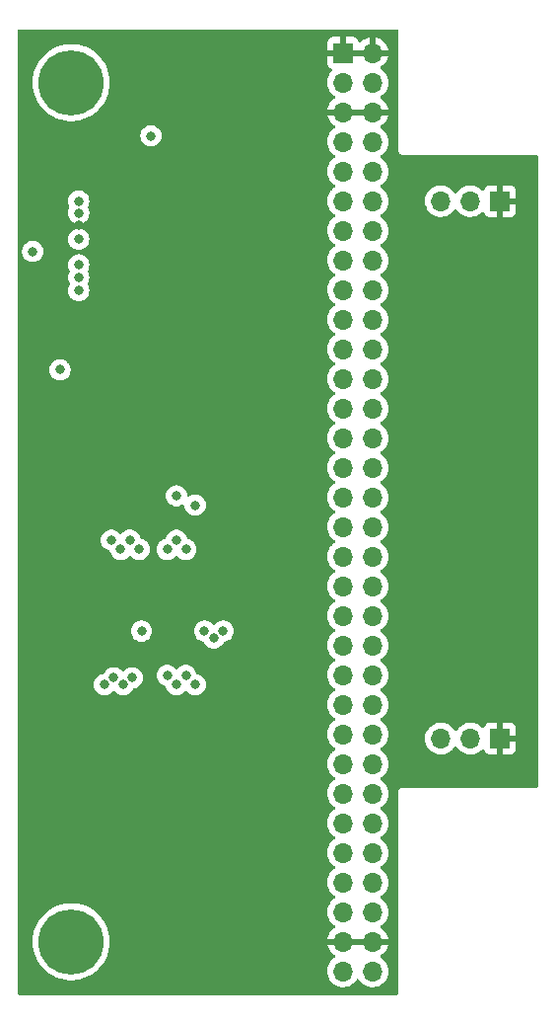
<source format=gbr>
%TF.GenerationSoftware,KiCad,Pcbnew,6.0.7*%
%TF.CreationDate,2022-09-06T19:52:02+02:00*%
%TF.ProjectId,srambrd,7372616d-6272-4642-9e6b-696361645f70,rev?*%
%TF.SameCoordinates,Original*%
%TF.FileFunction,Copper,L2,Inr*%
%TF.FilePolarity,Positive*%
%FSLAX46Y46*%
G04 Gerber Fmt 4.6, Leading zero omitted, Abs format (unit mm)*
G04 Created by KiCad (PCBNEW 6.0.7) date 2022-09-06 19:52:02*
%MOMM*%
%LPD*%
G01*
G04 APERTURE LIST*
%TA.AperFunction,ComponentPad*%
%ADD10R,1.700000X1.700000*%
%TD*%
%TA.AperFunction,ComponentPad*%
%ADD11O,1.700000X1.700000*%
%TD*%
%TA.AperFunction,ComponentPad*%
%ADD12C,5.600000*%
%TD*%
%TA.AperFunction,ViaPad*%
%ADD13C,0.800000*%
%TD*%
G04 APERTURE END LIST*
D10*
%TO.N,GND*%
%TO.C,J3*%
X144780000Y-74930000D03*
D11*
%TO.N,RX*%
X142240000Y-74930000D03*
%TO.N,TX*%
X139700000Y-74930000D03*
%TD*%
D12*
%TO.N,N/C*%
%TO.C,H1*%
X107950000Y-64770000D03*
%TD*%
D10*
%TO.N,GND*%
%TO.C,J4*%
X144780000Y-121013269D03*
D11*
%TO.N,AUDIO_L*%
X142240000Y-121013269D03*
%TO.N,AUDIO_R*%
X139700000Y-121013269D03*
%TD*%
D12*
%TO.N,N/C*%
%TO.C,H2*%
X107950000Y-138430000D03*
%TD*%
D10*
%TO.N,GND*%
%TO.C,J1*%
X131298000Y-62225000D03*
D11*
X133838000Y-62225000D03*
%TO.N,3v3*%
X131298000Y-64765000D03*
X133838000Y-64765000D03*
%TO.N,GND*%
X131298000Y-67305000D03*
X133838000Y-67305000D03*
%TO.N,SD_DAT1*%
X131298000Y-69845000D03*
%TO.N,SD_DAT0*%
X133838000Y-69845000D03*
%TO.N,SD_CLK*%
X131298000Y-72385000D03*
%TO.N,SD_CMD*%
X133838000Y-72385000D03*
%TO.N,SD_DAT3*%
X131298000Y-74925000D03*
%TO.N,SD_DAT2*%
X133838000Y-74925000D03*
%TO.N,TX*%
X131298000Y-77465000D03*
%TO.N,RX*%
X133838000Y-77465000D03*
%TO.N,unconnected-(J1-Pad15)*%
X131298000Y-80005000D03*
%TO.N,PWM_L*%
X133838000Y-80005000D03*
%TO.N,unconnected-(J1-Pad17)*%
X131298000Y-82545000D03*
%TO.N,PWM_R*%
X133838000Y-82545000D03*
%TO.N,unconnected-(J1-Pad19)*%
X131298000Y-85085000D03*
%TO.N,unconnected-(J1-Pad20)*%
X133838000Y-85085000D03*
%TO.N,A9*%
X131298000Y-87625000D03*
%TO.N,unconnected-(J1-Pad22)*%
X133838000Y-87625000D03*
%TO.N,A7*%
X131298000Y-90165000D03*
%TO.N,A8*%
X133838000Y-90165000D03*
%TO.N,A5*%
X131298000Y-92705000D03*
%TO.N,A6*%
X133838000Y-92705000D03*
%TO.N,CE_N*%
X131298000Y-95245000D03*
%TO.N,WE_N*%
X133838000Y-95245000D03*
%TO.N,A3*%
X131298000Y-97785000D03*
%TO.N,A4*%
X133838000Y-97785000D03*
%TO.N,A1*%
X131298000Y-100325000D03*
%TO.N,A2*%
X133838000Y-100325000D03*
%TO.N,D0*%
X131298000Y-102865000D03*
%TO.N,A0*%
X133838000Y-102865000D03*
%TO.N,D2*%
X131298000Y-105405000D03*
%TO.N,D1*%
X133838000Y-105405000D03*
%TO.N,D4*%
X131298000Y-107945000D03*
%TO.N,D3*%
X133838000Y-107945000D03*
%TO.N,D6*%
X131298000Y-110485000D03*
%TO.N,D5*%
X133838000Y-110485000D03*
%TO.N,LB_N*%
X131298000Y-113025000D03*
%TO.N,D7*%
X133838000Y-113025000D03*
%TO.N,OE_N*%
X131298000Y-115565000D03*
%TO.N,UB_N*%
X133838000Y-115565000D03*
%TO.N,A16*%
X131298000Y-118105000D03*
%TO.N,A17*%
X133838000Y-118105000D03*
%TO.N,D15*%
X131298000Y-120645000D03*
%TO.N,A15*%
X133838000Y-120645000D03*
%TO.N,D13*%
X131298000Y-123185000D03*
%TO.N,D14*%
X133838000Y-123185000D03*
%TO.N,D11*%
X131298000Y-125725000D03*
%TO.N,D12*%
X133838000Y-125725000D03*
%TO.N,D9*%
X131298000Y-128265000D03*
%TO.N,D10*%
X133838000Y-128265000D03*
%TO.N,A14*%
X131298000Y-130805000D03*
%TO.N,D8*%
X133838000Y-130805000D03*
%TO.N,A12*%
X131298000Y-133345000D03*
%TO.N,A13*%
X133838000Y-133345000D03*
%TO.N,A10*%
X131298000Y-135885000D03*
%TO.N,A11*%
X133838000Y-135885000D03*
%TO.N,GND*%
X131298000Y-138425000D03*
X133838000Y-138425000D03*
%TO.N,unconnected-(J1-Pad63)*%
X131298000Y-140965000D03*
%TO.N,unconnected-(J1-Pad64)*%
X133838000Y-140965000D03*
%TD*%
D13*
%TO.N,GND*%
X114000000Y-101000000D03*
X115697000Y-71800000D03*
X114600000Y-119800000D03*
X108600000Y-77000000D03*
X114000000Y-98171000D03*
X116000000Y-111800000D03*
%TO.N,3v3*%
X114000000Y-111800000D03*
X117000000Y-100200000D03*
X107000000Y-89400000D03*
X104648000Y-79248000D03*
X114800000Y-69342000D03*
%TO.N,D0*%
X118600000Y-101000000D03*
%TO.N,D1*%
X117800000Y-104800000D03*
%TO.N,D2*%
X117000000Y-104000000D03*
%TO.N,D3*%
X116200000Y-104800000D03*
%TO.N,D4*%
X113800000Y-104800000D03*
%TO.N,D5*%
X113000000Y-104000000D03*
%TO.N,D6*%
X112200000Y-104800000D03*
%TO.N,D7*%
X111400000Y-104000000D03*
%TO.N,D8*%
X110800000Y-116400000D03*
%TO.N,D9*%
X111600000Y-115800000D03*
%TO.N,D10*%
X112400000Y-116400000D03*
%TO.N,D11*%
X113200000Y-115800000D03*
%TO.N,D12*%
X116200000Y-115600000D03*
%TO.N,D13*%
X117000000Y-116400000D03*
%TO.N,D14*%
X117800000Y-115600000D03*
%TO.N,D15*%
X118600000Y-116400000D03*
%TO.N,OE_N*%
X121000000Y-111800000D03*
%TO.N,UB_N*%
X120200000Y-112400000D03*
%TO.N,LB_N*%
X119400000Y-111800000D03*
%TO.N,SD_DAT3*%
X108600000Y-81475000D03*
%TO.N,SD_CMD*%
X108600000Y-80400000D03*
%TO.N,SD_CLK*%
X108600000Y-78200000D03*
%TO.N,SD_DAT0*%
X108600000Y-75946000D03*
%TO.N,SD_DAT1*%
X108600000Y-74930000D03*
%TO.N,SD_DAT2*%
X108600000Y-82600000D03*
%TD*%
%TA.AperFunction,Conductor*%
%TO.N,GND*%
G36*
X135958621Y-60218502D02*
G01*
X136005114Y-60272158D01*
X136016500Y-60324500D01*
X136016500Y-70476377D01*
X136016498Y-70477147D01*
X136016024Y-70554721D01*
X136018491Y-70563352D01*
X136024150Y-70583153D01*
X136027728Y-70599915D01*
X136031920Y-70629187D01*
X136035634Y-70637355D01*
X136035634Y-70637356D01*
X136042548Y-70652562D01*
X136048996Y-70670086D01*
X136056051Y-70694771D01*
X136060843Y-70702365D01*
X136060844Y-70702368D01*
X136071830Y-70719780D01*
X136079969Y-70734863D01*
X136092208Y-70761782D01*
X136098069Y-70768584D01*
X136108970Y-70781235D01*
X136120073Y-70796239D01*
X136133776Y-70817958D01*
X136140501Y-70823897D01*
X136140504Y-70823901D01*
X136155938Y-70837532D01*
X136167982Y-70849724D01*
X136181427Y-70865327D01*
X136181430Y-70865329D01*
X136187287Y-70872127D01*
X136194816Y-70877007D01*
X136194817Y-70877008D01*
X136208835Y-70886094D01*
X136223709Y-70897385D01*
X136236217Y-70908431D01*
X136242951Y-70914378D01*
X136269711Y-70926942D01*
X136284691Y-70935263D01*
X136301983Y-70946471D01*
X136301988Y-70946473D01*
X136309515Y-70951352D01*
X136318108Y-70953922D01*
X136318113Y-70953924D01*
X136334120Y-70958711D01*
X136351564Y-70965372D01*
X136366676Y-70972467D01*
X136366678Y-70972468D01*
X136374800Y-70976281D01*
X136383667Y-70977662D01*
X136383668Y-70977662D01*
X136393310Y-70979163D01*
X136404017Y-70980830D01*
X136420732Y-70984613D01*
X136440466Y-70990515D01*
X136440472Y-70990516D01*
X136449066Y-70993086D01*
X136458037Y-70993141D01*
X136458038Y-70993141D01*
X136468097Y-70993202D01*
X136483506Y-70993296D01*
X136484289Y-70993329D01*
X136485386Y-70993500D01*
X136516377Y-70993500D01*
X136517147Y-70993502D01*
X136590785Y-70993952D01*
X136590786Y-70993952D01*
X136594721Y-70993976D01*
X136596065Y-70993592D01*
X136597410Y-70993500D01*
X147955500Y-70993500D01*
X148023621Y-71013502D01*
X148070114Y-71067158D01*
X148081500Y-71119500D01*
X148081500Y-125095500D01*
X148061498Y-125163621D01*
X148007842Y-125210114D01*
X147955500Y-125221500D01*
X136533623Y-125221500D01*
X136532853Y-125221498D01*
X136532037Y-125221493D01*
X136455279Y-125221024D01*
X136432918Y-125227415D01*
X136426847Y-125229150D01*
X136410085Y-125232728D01*
X136380813Y-125236920D01*
X136372645Y-125240634D01*
X136372644Y-125240634D01*
X136357438Y-125247548D01*
X136339914Y-125253996D01*
X136315229Y-125261051D01*
X136307635Y-125265843D01*
X136307632Y-125265844D01*
X136290220Y-125276830D01*
X136275137Y-125284969D01*
X136248218Y-125297208D01*
X136241416Y-125303069D01*
X136228765Y-125313970D01*
X136213761Y-125325073D01*
X136192042Y-125338776D01*
X136186103Y-125345501D01*
X136186099Y-125345504D01*
X136172468Y-125360938D01*
X136160276Y-125372982D01*
X136144673Y-125386427D01*
X136144671Y-125386430D01*
X136137873Y-125392287D01*
X136132993Y-125399816D01*
X136132992Y-125399817D01*
X136123906Y-125413835D01*
X136112615Y-125428709D01*
X136101569Y-125441217D01*
X136095622Y-125447951D01*
X136087811Y-125464588D01*
X136083058Y-125474711D01*
X136074737Y-125489691D01*
X136063529Y-125506983D01*
X136063527Y-125506988D01*
X136058648Y-125514515D01*
X136056078Y-125523108D01*
X136056076Y-125523113D01*
X136051289Y-125539120D01*
X136044628Y-125556564D01*
X136033719Y-125579800D01*
X136032338Y-125588667D01*
X136032338Y-125588668D01*
X136029170Y-125609015D01*
X136025387Y-125625732D01*
X136019485Y-125645466D01*
X136019484Y-125645472D01*
X136016914Y-125654066D01*
X136016859Y-125663037D01*
X136016859Y-125663038D01*
X136016704Y-125688497D01*
X136016671Y-125689289D01*
X136016500Y-125690386D01*
X136016500Y-125721377D01*
X136016498Y-125722147D01*
X136016024Y-125799721D01*
X136016408Y-125801065D01*
X136016500Y-125802410D01*
X136016500Y-142875500D01*
X135996498Y-142943621D01*
X135942842Y-142990114D01*
X135890500Y-143001500D01*
X103504500Y-143001500D01*
X103436379Y-142981498D01*
X103389886Y-142927842D01*
X103378500Y-142875500D01*
X103378500Y-138418434D01*
X104636661Y-138418434D01*
X104654792Y-138776340D01*
X104655329Y-138779695D01*
X104655330Y-138779701D01*
X104710929Y-139126819D01*
X104711470Y-139130195D01*
X104806033Y-139475859D01*
X104937374Y-139809288D01*
X104968151Y-139867909D01*
X105095988Y-140111403D01*
X105103957Y-140126582D01*
X105105858Y-140129411D01*
X105105864Y-140129421D01*
X105237685Y-140325590D01*
X105303834Y-140424029D01*
X105534665Y-140698150D01*
X105793751Y-140945738D01*
X106078061Y-141163897D01*
X106110056Y-141183350D01*
X106381355Y-141348303D01*
X106381360Y-141348306D01*
X106384270Y-141350075D01*
X106387358Y-141351521D01*
X106387357Y-141351521D01*
X106705710Y-141500649D01*
X106705720Y-141500653D01*
X106708794Y-141502093D01*
X106712012Y-141503195D01*
X106712015Y-141503196D01*
X107044615Y-141617071D01*
X107044623Y-141617073D01*
X107047838Y-141618174D01*
X107397435Y-141696959D01*
X107449728Y-141702917D01*
X107750114Y-141737142D01*
X107750122Y-141737142D01*
X107753497Y-141737527D01*
X107756901Y-141737545D01*
X107756904Y-141737545D01*
X107951227Y-141738562D01*
X108111857Y-141739403D01*
X108115243Y-141739053D01*
X108115245Y-141739053D01*
X108464932Y-141702917D01*
X108464941Y-141702916D01*
X108468324Y-141702566D01*
X108471657Y-141701852D01*
X108471660Y-141701851D01*
X108759496Y-141640144D01*
X108818727Y-141627446D01*
X109158968Y-141514922D01*
X109485066Y-141366311D01*
X109684427Y-141247939D01*
X109790262Y-141185099D01*
X109790267Y-141185096D01*
X109793207Y-141183350D01*
X110079786Y-140968180D01*
X110118775Y-140931695D01*
X129935251Y-140931695D01*
X129935548Y-140936848D01*
X129935548Y-140936851D01*
X129941011Y-141031590D01*
X129948110Y-141154715D01*
X129949247Y-141159761D01*
X129949248Y-141159767D01*
X129949710Y-141161816D01*
X129997222Y-141372639D01*
X130081266Y-141579616D01*
X130132019Y-141662438D01*
X130195291Y-141765688D01*
X130197987Y-141770088D01*
X130344250Y-141938938D01*
X130516126Y-142081632D01*
X130709000Y-142194338D01*
X130917692Y-142274030D01*
X130922760Y-142275061D01*
X130922763Y-142275062D01*
X131030017Y-142296883D01*
X131136597Y-142318567D01*
X131141772Y-142318757D01*
X131141774Y-142318757D01*
X131354673Y-142326564D01*
X131354677Y-142326564D01*
X131359837Y-142326753D01*
X131364957Y-142326097D01*
X131364959Y-142326097D01*
X131576288Y-142299025D01*
X131576289Y-142299025D01*
X131581416Y-142298368D01*
X131586366Y-142296883D01*
X131790429Y-142235661D01*
X131790434Y-142235659D01*
X131795384Y-142234174D01*
X131995994Y-142135896D01*
X132177860Y-142006173D01*
X132336096Y-141848489D01*
X132395594Y-141765689D01*
X132466453Y-141667077D01*
X132467776Y-141668028D01*
X132514645Y-141624857D01*
X132584580Y-141612625D01*
X132650026Y-141640144D01*
X132677875Y-141671994D01*
X132737987Y-141770088D01*
X132884250Y-141938938D01*
X133056126Y-142081632D01*
X133249000Y-142194338D01*
X133457692Y-142274030D01*
X133462760Y-142275061D01*
X133462763Y-142275062D01*
X133570017Y-142296883D01*
X133676597Y-142318567D01*
X133681772Y-142318757D01*
X133681774Y-142318757D01*
X133894673Y-142326564D01*
X133894677Y-142326564D01*
X133899837Y-142326753D01*
X133904957Y-142326097D01*
X133904959Y-142326097D01*
X134116288Y-142299025D01*
X134116289Y-142299025D01*
X134121416Y-142298368D01*
X134126366Y-142296883D01*
X134330429Y-142235661D01*
X134330434Y-142235659D01*
X134335384Y-142234174D01*
X134535994Y-142135896D01*
X134717860Y-142006173D01*
X134876096Y-141848489D01*
X134935594Y-141765689D01*
X135003435Y-141671277D01*
X135006453Y-141667077D01*
X135027320Y-141624857D01*
X135103136Y-141471453D01*
X135103137Y-141471451D01*
X135105430Y-141466811D01*
X135170370Y-141253069D01*
X135199529Y-141031590D01*
X135199611Y-141028240D01*
X135201074Y-140968365D01*
X135201074Y-140968361D01*
X135201156Y-140965000D01*
X135182852Y-140742361D01*
X135128431Y-140525702D01*
X135039354Y-140320840D01*
X134999906Y-140259862D01*
X134920822Y-140137617D01*
X134920820Y-140137614D01*
X134918014Y-140133277D01*
X134767670Y-139968051D01*
X134763619Y-139964852D01*
X134763615Y-139964848D01*
X134596414Y-139832800D01*
X134596410Y-139832798D01*
X134592359Y-139829598D01*
X134550569Y-139806529D01*
X134500598Y-139756097D01*
X134485826Y-139686654D01*
X134510942Y-139620248D01*
X134538294Y-139593641D01*
X134713328Y-139468792D01*
X134721200Y-139462139D01*
X134872052Y-139311812D01*
X134878730Y-139303965D01*
X135003003Y-139131020D01*
X135008313Y-139122183D01*
X135102670Y-138931267D01*
X135106469Y-138921672D01*
X135168377Y-138717910D01*
X135170555Y-138707837D01*
X135171986Y-138696962D01*
X135169775Y-138682778D01*
X135156617Y-138679000D01*
X129981225Y-138679000D01*
X129967694Y-138682973D01*
X129966257Y-138692966D01*
X129996565Y-138827446D01*
X129999645Y-138837275D01*
X130079770Y-139034603D01*
X130084413Y-139043794D01*
X130195694Y-139225388D01*
X130201777Y-139233699D01*
X130341213Y-139394667D01*
X130348580Y-139401883D01*
X130512434Y-139537916D01*
X130520881Y-139543831D01*
X130589969Y-139584203D01*
X130638693Y-139635842D01*
X130651764Y-139705625D01*
X130625033Y-139771396D01*
X130584584Y-139804752D01*
X130571607Y-139811507D01*
X130567474Y-139814610D01*
X130567471Y-139814612D01*
X130397100Y-139942530D01*
X130392965Y-139945635D01*
X130238629Y-140107138D01*
X130235720Y-140111403D01*
X130235714Y-140111411D01*
X130223404Y-140129457D01*
X130112743Y-140291680D01*
X130097003Y-140325590D01*
X130037296Y-140454218D01*
X130018688Y-140494305D01*
X129958989Y-140709570D01*
X129935251Y-140931695D01*
X110118775Y-140931695D01*
X110341451Y-140723319D01*
X110575140Y-140451630D01*
X110681844Y-140296375D01*
X110776190Y-140159101D01*
X110776195Y-140159094D01*
X110778120Y-140156292D01*
X110779732Y-140153298D01*
X110779737Y-140153290D01*
X110946395Y-139843772D01*
X110948017Y-139840760D01*
X111037557Y-139620248D01*
X111081562Y-139511877D01*
X111081564Y-139511872D01*
X111082842Y-139508724D01*
X111093142Y-139472568D01*
X111138934Y-139311812D01*
X111181020Y-139164070D01*
X111236880Y-138837275D01*
X111240829Y-138814175D01*
X111240829Y-138814173D01*
X111241401Y-138810828D01*
X111243511Y-138776340D01*
X111263168Y-138454928D01*
X111263278Y-138453131D01*
X111263359Y-138430000D01*
X111243979Y-138072159D01*
X111186066Y-137718505D01*
X111090297Y-137373173D01*
X111087243Y-137365497D01*
X110959052Y-137043369D01*
X110957793Y-137040205D01*
X110927768Y-136983498D01*
X110791702Y-136726513D01*
X110791698Y-136726506D01*
X110790103Y-136723494D01*
X110589190Y-136426746D01*
X110559260Y-136391453D01*
X110471182Y-136287596D01*
X110357403Y-136153432D01*
X110097454Y-135906750D01*
X110025184Y-135851695D01*
X129935251Y-135851695D01*
X129935548Y-135856848D01*
X129935548Y-135856851D01*
X129941011Y-135951590D01*
X129948110Y-136074715D01*
X129949247Y-136079761D01*
X129949248Y-136079767D01*
X129969119Y-136167939D01*
X129997222Y-136292639D01*
X130081266Y-136499616D01*
X130132019Y-136582438D01*
X130195291Y-136685688D01*
X130197987Y-136690088D01*
X130344250Y-136858938D01*
X130516126Y-137001632D01*
X130559044Y-137026711D01*
X130589955Y-137044774D01*
X130638679Y-137096412D01*
X130651750Y-137166195D01*
X130625019Y-137231967D01*
X130584562Y-137265327D01*
X130576457Y-137269546D01*
X130567738Y-137275036D01*
X130397433Y-137402905D01*
X130389726Y-137409748D01*
X130242590Y-137563717D01*
X130236104Y-137571727D01*
X130116098Y-137747649D01*
X130111000Y-137756623D01*
X130021338Y-137949783D01*
X130017775Y-137959470D01*
X129962389Y-138159183D01*
X129963912Y-138167607D01*
X129976292Y-138171000D01*
X135156344Y-138171000D01*
X135169875Y-138167027D01*
X135171180Y-138157947D01*
X135129214Y-137990875D01*
X135125894Y-137981124D01*
X135040972Y-137785814D01*
X135036105Y-137776739D01*
X134920426Y-137597926D01*
X134914136Y-137589757D01*
X134770806Y-137432240D01*
X134763273Y-137425215D01*
X134596139Y-137293222D01*
X134587556Y-137287520D01*
X134550602Y-137267120D01*
X134500631Y-137216687D01*
X134485859Y-137147245D01*
X134510975Y-137080839D01*
X134538327Y-137054232D01*
X134576910Y-137026711D01*
X134717860Y-136926173D01*
X134876096Y-136768489D01*
X134935594Y-136685689D01*
X135003435Y-136591277D01*
X135006453Y-136587077D01*
X135027320Y-136544857D01*
X135103136Y-136391453D01*
X135103137Y-136391451D01*
X135105430Y-136386811D01*
X135170370Y-136173069D01*
X135199529Y-135951590D01*
X135199611Y-135948240D01*
X135201074Y-135888365D01*
X135201074Y-135888361D01*
X135201156Y-135885000D01*
X135182852Y-135662361D01*
X135128431Y-135445702D01*
X135039354Y-135240840D01*
X134987546Y-135160757D01*
X134920822Y-135057617D01*
X134920820Y-135057614D01*
X134918014Y-135053277D01*
X134767670Y-134888051D01*
X134763619Y-134884852D01*
X134763615Y-134884848D01*
X134596414Y-134752800D01*
X134596410Y-134752798D01*
X134592359Y-134749598D01*
X134551053Y-134726796D01*
X134501084Y-134676364D01*
X134486312Y-134606921D01*
X134511428Y-134540516D01*
X134538780Y-134513909D01*
X134582603Y-134482650D01*
X134717860Y-134386173D01*
X134876096Y-134228489D01*
X134935594Y-134145689D01*
X135003435Y-134051277D01*
X135006453Y-134047077D01*
X135027320Y-134004857D01*
X135103136Y-133851453D01*
X135103137Y-133851451D01*
X135105430Y-133846811D01*
X135170370Y-133633069D01*
X135199529Y-133411590D01*
X135201156Y-133345000D01*
X135182852Y-133122361D01*
X135128431Y-132905702D01*
X135039354Y-132700840D01*
X134918014Y-132513277D01*
X134767670Y-132348051D01*
X134763619Y-132344852D01*
X134763615Y-132344848D01*
X134596414Y-132212800D01*
X134596410Y-132212798D01*
X134592359Y-132209598D01*
X134551053Y-132186796D01*
X134501084Y-132136364D01*
X134486312Y-132066921D01*
X134511428Y-132000516D01*
X134538780Y-131973909D01*
X134582603Y-131942650D01*
X134717860Y-131846173D01*
X134876096Y-131688489D01*
X134935594Y-131605689D01*
X135003435Y-131511277D01*
X135006453Y-131507077D01*
X135027320Y-131464857D01*
X135103136Y-131311453D01*
X135103137Y-131311451D01*
X135105430Y-131306811D01*
X135170370Y-131093069D01*
X135199529Y-130871590D01*
X135201156Y-130805000D01*
X135182852Y-130582361D01*
X135128431Y-130365702D01*
X135039354Y-130160840D01*
X134918014Y-129973277D01*
X134767670Y-129808051D01*
X134763619Y-129804852D01*
X134763615Y-129804848D01*
X134596414Y-129672800D01*
X134596410Y-129672798D01*
X134592359Y-129669598D01*
X134551053Y-129646796D01*
X134501084Y-129596364D01*
X134486312Y-129526921D01*
X134511428Y-129460516D01*
X134538780Y-129433909D01*
X134582603Y-129402650D01*
X134717860Y-129306173D01*
X134876096Y-129148489D01*
X134935594Y-129065689D01*
X135003435Y-128971277D01*
X135006453Y-128967077D01*
X135027320Y-128924857D01*
X135103136Y-128771453D01*
X135103137Y-128771451D01*
X135105430Y-128766811D01*
X135170370Y-128553069D01*
X135199529Y-128331590D01*
X135201156Y-128265000D01*
X135182852Y-128042361D01*
X135128431Y-127825702D01*
X135039354Y-127620840D01*
X134918014Y-127433277D01*
X134767670Y-127268051D01*
X134763619Y-127264852D01*
X134763615Y-127264848D01*
X134596414Y-127132800D01*
X134596410Y-127132798D01*
X134592359Y-127129598D01*
X134551053Y-127106796D01*
X134501084Y-127056364D01*
X134486312Y-126986921D01*
X134511428Y-126920516D01*
X134538780Y-126893909D01*
X134582603Y-126862650D01*
X134717860Y-126766173D01*
X134876096Y-126608489D01*
X134935594Y-126525689D01*
X135003435Y-126431277D01*
X135006453Y-126427077D01*
X135027320Y-126384857D01*
X135103136Y-126231453D01*
X135103137Y-126231451D01*
X135105430Y-126226811D01*
X135153768Y-126067713D01*
X135168865Y-126018023D01*
X135168865Y-126018021D01*
X135170370Y-126013069D01*
X135199529Y-125791590D01*
X135201156Y-125725000D01*
X135182852Y-125502361D01*
X135128431Y-125285702D01*
X135039354Y-125080840D01*
X134918014Y-124893277D01*
X134767670Y-124728051D01*
X134763619Y-124724852D01*
X134763615Y-124724848D01*
X134596414Y-124592800D01*
X134596410Y-124592798D01*
X134592359Y-124589598D01*
X134551053Y-124566796D01*
X134501084Y-124516364D01*
X134486312Y-124446921D01*
X134511428Y-124380516D01*
X134538780Y-124353909D01*
X134582603Y-124322650D01*
X134717860Y-124226173D01*
X134876096Y-124068489D01*
X134935594Y-123985689D01*
X135003435Y-123891277D01*
X135006453Y-123887077D01*
X135027320Y-123844857D01*
X135103136Y-123691453D01*
X135103137Y-123691451D01*
X135105430Y-123686811D01*
X135170370Y-123473069D01*
X135199529Y-123251590D01*
X135201156Y-123185000D01*
X135182852Y-122962361D01*
X135128431Y-122745702D01*
X135039354Y-122540840D01*
X134999906Y-122479862D01*
X134920822Y-122357617D01*
X134920820Y-122357614D01*
X134918014Y-122353277D01*
X134767670Y-122188051D01*
X134763619Y-122184852D01*
X134763615Y-122184848D01*
X134596414Y-122052800D01*
X134596410Y-122052798D01*
X134592359Y-122049598D01*
X134551053Y-122026796D01*
X134501084Y-121976364D01*
X134486312Y-121906921D01*
X134511428Y-121840516D01*
X134538780Y-121813909D01*
X134582603Y-121782650D01*
X134717860Y-121686173D01*
X134743228Y-121660894D01*
X134872435Y-121532137D01*
X134876096Y-121528489D01*
X134895886Y-121500949D01*
X135003435Y-121351277D01*
X135006453Y-121347077D01*
X135027320Y-121304857D01*
X135103136Y-121151453D01*
X135103137Y-121151451D01*
X135105430Y-121146811D01*
X135156122Y-120979964D01*
X138337251Y-120979964D01*
X138337548Y-120985117D01*
X138337548Y-120985120D01*
X138346871Y-121146811D01*
X138350110Y-121202984D01*
X138351247Y-121208030D01*
X138351248Y-121208036D01*
X138365606Y-121271744D01*
X138399222Y-121420908D01*
X138431723Y-121500949D01*
X138478047Y-121615031D01*
X138483266Y-121627885D01*
X138520822Y-121689171D01*
X138597291Y-121813957D01*
X138599987Y-121818357D01*
X138746250Y-121987207D01*
X138918126Y-122129901D01*
X139111000Y-122242607D01*
X139319692Y-122322299D01*
X139324760Y-122323330D01*
X139324763Y-122323331D01*
X139432017Y-122345152D01*
X139538597Y-122366836D01*
X139543772Y-122367026D01*
X139543774Y-122367026D01*
X139756673Y-122374833D01*
X139756677Y-122374833D01*
X139761837Y-122375022D01*
X139766957Y-122374366D01*
X139766959Y-122374366D01*
X139978288Y-122347294D01*
X139978289Y-122347294D01*
X139983416Y-122346637D01*
X139988366Y-122345152D01*
X140192429Y-122283930D01*
X140192434Y-122283928D01*
X140197384Y-122282443D01*
X140397994Y-122184165D01*
X140579860Y-122054442D01*
X140599760Y-122034612D01*
X140720649Y-121914144D01*
X140738096Y-121896758D01*
X140797594Y-121813958D01*
X140868453Y-121715346D01*
X140869776Y-121716297D01*
X140916645Y-121673126D01*
X140986580Y-121660894D01*
X141052026Y-121688413D01*
X141079875Y-121720263D01*
X141139987Y-121818357D01*
X141286250Y-121987207D01*
X141458126Y-122129901D01*
X141651000Y-122242607D01*
X141859692Y-122322299D01*
X141864760Y-122323330D01*
X141864763Y-122323331D01*
X141972017Y-122345152D01*
X142078597Y-122366836D01*
X142083772Y-122367026D01*
X142083774Y-122367026D01*
X142296673Y-122374833D01*
X142296677Y-122374833D01*
X142301837Y-122375022D01*
X142306957Y-122374366D01*
X142306959Y-122374366D01*
X142518288Y-122347294D01*
X142518289Y-122347294D01*
X142523416Y-122346637D01*
X142528366Y-122345152D01*
X142732429Y-122283930D01*
X142732434Y-122283928D01*
X142737384Y-122282443D01*
X142937994Y-122184165D01*
X143119860Y-122054442D01*
X143139760Y-122034612D01*
X143228479Y-121946202D01*
X143290851Y-121912286D01*
X143361658Y-121917474D01*
X143418419Y-121960120D01*
X143435401Y-121991223D01*
X143476676Y-122101323D01*
X143485214Y-122116918D01*
X143561715Y-122218993D01*
X143574276Y-122231554D01*
X143676351Y-122308055D01*
X143691946Y-122316593D01*
X143812394Y-122361747D01*
X143827649Y-122365374D01*
X143878514Y-122370900D01*
X143885328Y-122371269D01*
X144507885Y-122371269D01*
X144523124Y-122366794D01*
X144524329Y-122365404D01*
X144526000Y-122357721D01*
X144526000Y-122353153D01*
X145034000Y-122353153D01*
X145038475Y-122368392D01*
X145039865Y-122369597D01*
X145047548Y-122371268D01*
X145674669Y-122371268D01*
X145681490Y-122370898D01*
X145732352Y-122365374D01*
X145747604Y-122361748D01*
X145868054Y-122316593D01*
X145883649Y-122308055D01*
X145985724Y-122231554D01*
X145998285Y-122218993D01*
X146074786Y-122116918D01*
X146083324Y-122101323D01*
X146128478Y-121980875D01*
X146132105Y-121965620D01*
X146137631Y-121914755D01*
X146138000Y-121907941D01*
X146138000Y-121285384D01*
X146133525Y-121270145D01*
X146132135Y-121268940D01*
X146124452Y-121267269D01*
X145052115Y-121267269D01*
X145036876Y-121271744D01*
X145035671Y-121273134D01*
X145034000Y-121280817D01*
X145034000Y-122353153D01*
X144526000Y-122353153D01*
X144526000Y-120741154D01*
X145034000Y-120741154D01*
X145038475Y-120756393D01*
X145039865Y-120757598D01*
X145047548Y-120759269D01*
X146119884Y-120759269D01*
X146135123Y-120754794D01*
X146136328Y-120753404D01*
X146137999Y-120745721D01*
X146137999Y-120118600D01*
X146137629Y-120111779D01*
X146132105Y-120060917D01*
X146128479Y-120045665D01*
X146083324Y-119925215D01*
X146074786Y-119909620D01*
X145998285Y-119807545D01*
X145985724Y-119794984D01*
X145883649Y-119718483D01*
X145868054Y-119709945D01*
X145747606Y-119664791D01*
X145732351Y-119661164D01*
X145681486Y-119655638D01*
X145674672Y-119655269D01*
X145052115Y-119655269D01*
X145036876Y-119659744D01*
X145035671Y-119661134D01*
X145034000Y-119668817D01*
X145034000Y-120741154D01*
X144526000Y-120741154D01*
X144526000Y-119673385D01*
X144521525Y-119658146D01*
X144520135Y-119656941D01*
X144512452Y-119655270D01*
X143885331Y-119655270D01*
X143878510Y-119655640D01*
X143827648Y-119661164D01*
X143812396Y-119664790D01*
X143691946Y-119709945D01*
X143676351Y-119718483D01*
X143574276Y-119794984D01*
X143561715Y-119807545D01*
X143485214Y-119909620D01*
X143476676Y-119925215D01*
X143435297Y-120035591D01*
X143392655Y-120092356D01*
X143326093Y-120117055D01*
X143256744Y-120101847D01*
X143224121Y-120076160D01*
X143173151Y-120020145D01*
X143173145Y-120020139D01*
X143169670Y-120016320D01*
X143165619Y-120013121D01*
X143165615Y-120013117D01*
X142998414Y-119881069D01*
X142998410Y-119881067D01*
X142994359Y-119877867D01*
X142798789Y-119769907D01*
X142793920Y-119768183D01*
X142793916Y-119768181D01*
X142593087Y-119697064D01*
X142593083Y-119697063D01*
X142588212Y-119695338D01*
X142583119Y-119694431D01*
X142583116Y-119694430D01*
X142373373Y-119657069D01*
X142373367Y-119657068D01*
X142368284Y-119656163D01*
X142294452Y-119655261D01*
X142150081Y-119653497D01*
X142150079Y-119653497D01*
X142144911Y-119653434D01*
X141924091Y-119687224D01*
X141711756Y-119756626D01*
X141681443Y-119772406D01*
X141594594Y-119817617D01*
X141513607Y-119859776D01*
X141509474Y-119862879D01*
X141509471Y-119862881D01*
X141358311Y-119976375D01*
X141334965Y-119993904D01*
X141180629Y-120155407D01*
X141073201Y-120312890D01*
X141018293Y-120357890D01*
X140947768Y-120366061D01*
X140884021Y-120334807D01*
X140863324Y-120310323D01*
X140782822Y-120185886D01*
X140782820Y-120185883D01*
X140780014Y-120181546D01*
X140629670Y-120016320D01*
X140625619Y-120013121D01*
X140625615Y-120013117D01*
X140458414Y-119881069D01*
X140458410Y-119881067D01*
X140454359Y-119877867D01*
X140258789Y-119769907D01*
X140253920Y-119768183D01*
X140253916Y-119768181D01*
X140053087Y-119697064D01*
X140053083Y-119697063D01*
X140048212Y-119695338D01*
X140043119Y-119694431D01*
X140043116Y-119694430D01*
X139833373Y-119657069D01*
X139833367Y-119657068D01*
X139828284Y-119656163D01*
X139754452Y-119655261D01*
X139610081Y-119653497D01*
X139610079Y-119653497D01*
X139604911Y-119653434D01*
X139384091Y-119687224D01*
X139171756Y-119756626D01*
X139141443Y-119772406D01*
X139054594Y-119817617D01*
X138973607Y-119859776D01*
X138969474Y-119862879D01*
X138969471Y-119862881D01*
X138818311Y-119976375D01*
X138794965Y-119993904D01*
X138640629Y-120155407D01*
X138514743Y-120339949D01*
X138420688Y-120542574D01*
X138360989Y-120757839D01*
X138337251Y-120979964D01*
X135156122Y-120979964D01*
X135170370Y-120933069D01*
X135199529Y-120711590D01*
X135201156Y-120645000D01*
X135182852Y-120422361D01*
X135128431Y-120205702D01*
X135039354Y-120000840D01*
X134918014Y-119813277D01*
X134767670Y-119648051D01*
X134763619Y-119644852D01*
X134763615Y-119644848D01*
X134596414Y-119512800D01*
X134596410Y-119512798D01*
X134592359Y-119509598D01*
X134551053Y-119486796D01*
X134501084Y-119436364D01*
X134486312Y-119366921D01*
X134511428Y-119300516D01*
X134538780Y-119273909D01*
X134582603Y-119242650D01*
X134717860Y-119146173D01*
X134876096Y-118988489D01*
X134935594Y-118905689D01*
X135003435Y-118811277D01*
X135006453Y-118807077D01*
X135027320Y-118764857D01*
X135103136Y-118611453D01*
X135103137Y-118611451D01*
X135105430Y-118606811D01*
X135170370Y-118393069D01*
X135199529Y-118171590D01*
X135201156Y-118105000D01*
X135182852Y-117882361D01*
X135128431Y-117665702D01*
X135039354Y-117460840D01*
X134918014Y-117273277D01*
X134767670Y-117108051D01*
X134763619Y-117104852D01*
X134763615Y-117104848D01*
X134596414Y-116972800D01*
X134596410Y-116972798D01*
X134592359Y-116969598D01*
X134551053Y-116946796D01*
X134501084Y-116896364D01*
X134486312Y-116826921D01*
X134511428Y-116760516D01*
X134538780Y-116733909D01*
X134582603Y-116702650D01*
X134717860Y-116606173D01*
X134730274Y-116593803D01*
X134872435Y-116452137D01*
X134876096Y-116448489D01*
X134935594Y-116365689D01*
X135003435Y-116271277D01*
X135006453Y-116267077D01*
X135027320Y-116224857D01*
X135103136Y-116071453D01*
X135103137Y-116071451D01*
X135105430Y-116066811D01*
X135137900Y-115959940D01*
X135168865Y-115858023D01*
X135168865Y-115858021D01*
X135170370Y-115853069D01*
X135199529Y-115631590D01*
X135199611Y-115628240D01*
X135201074Y-115568365D01*
X135201074Y-115568361D01*
X135201156Y-115565000D01*
X135182852Y-115342361D01*
X135128431Y-115125702D01*
X135039354Y-114920840D01*
X134918014Y-114733277D01*
X134767670Y-114568051D01*
X134763619Y-114564852D01*
X134763615Y-114564848D01*
X134596414Y-114432800D01*
X134596410Y-114432798D01*
X134592359Y-114429598D01*
X134551053Y-114406796D01*
X134501084Y-114356364D01*
X134486312Y-114286921D01*
X134511428Y-114220516D01*
X134538780Y-114193909D01*
X134582603Y-114162650D01*
X134717860Y-114066173D01*
X134876096Y-113908489D01*
X134935594Y-113825689D01*
X135003435Y-113731277D01*
X135006453Y-113727077D01*
X135027320Y-113684857D01*
X135103136Y-113531453D01*
X135103137Y-113531451D01*
X135105430Y-113526811D01*
X135170370Y-113313069D01*
X135199529Y-113091590D01*
X135201156Y-113025000D01*
X135182852Y-112802361D01*
X135128431Y-112585702D01*
X135039354Y-112380840D01*
X134918014Y-112193277D01*
X134767670Y-112028051D01*
X134763619Y-112024852D01*
X134763615Y-112024848D01*
X134596414Y-111892800D01*
X134596410Y-111892798D01*
X134592359Y-111889598D01*
X134551053Y-111866796D01*
X134501084Y-111816364D01*
X134486312Y-111746921D01*
X134511428Y-111680516D01*
X134538780Y-111653909D01*
X134600237Y-111610072D01*
X134717860Y-111526173D01*
X134876096Y-111368489D01*
X134935594Y-111285689D01*
X135003435Y-111191277D01*
X135006453Y-111187077D01*
X135027320Y-111144857D01*
X135103136Y-110991453D01*
X135103137Y-110991451D01*
X135105430Y-110986811D01*
X135170370Y-110773069D01*
X135199529Y-110551590D01*
X135201156Y-110485000D01*
X135182852Y-110262361D01*
X135128431Y-110045702D01*
X135039354Y-109840840D01*
X134918014Y-109653277D01*
X134767670Y-109488051D01*
X134763619Y-109484852D01*
X134763615Y-109484848D01*
X134596414Y-109352800D01*
X134596410Y-109352798D01*
X134592359Y-109349598D01*
X134551053Y-109326796D01*
X134501084Y-109276364D01*
X134486312Y-109206921D01*
X134511428Y-109140516D01*
X134538780Y-109113909D01*
X134582603Y-109082650D01*
X134717860Y-108986173D01*
X134876096Y-108828489D01*
X134935594Y-108745689D01*
X135003435Y-108651277D01*
X135006453Y-108647077D01*
X135027320Y-108604857D01*
X135103136Y-108451453D01*
X135103137Y-108451451D01*
X135105430Y-108446811D01*
X135170370Y-108233069D01*
X135199529Y-108011590D01*
X135201156Y-107945000D01*
X135182852Y-107722361D01*
X135128431Y-107505702D01*
X135039354Y-107300840D01*
X134918014Y-107113277D01*
X134767670Y-106948051D01*
X134763619Y-106944852D01*
X134763615Y-106944848D01*
X134596414Y-106812800D01*
X134596410Y-106812798D01*
X134592359Y-106809598D01*
X134551053Y-106786796D01*
X134501084Y-106736364D01*
X134486312Y-106666921D01*
X134511428Y-106600516D01*
X134538780Y-106573909D01*
X134582603Y-106542650D01*
X134717860Y-106446173D01*
X134876096Y-106288489D01*
X134935594Y-106205689D01*
X135003435Y-106111277D01*
X135006453Y-106107077D01*
X135027320Y-106064857D01*
X135103136Y-105911453D01*
X135103137Y-105911451D01*
X135105430Y-105906811D01*
X135170370Y-105693069D01*
X135199529Y-105471590D01*
X135201156Y-105405000D01*
X135182852Y-105182361D01*
X135128431Y-104965702D01*
X135039354Y-104760840D01*
X134941818Y-104610072D01*
X134920822Y-104577617D01*
X134920820Y-104577614D01*
X134918014Y-104573277D01*
X134767670Y-104408051D01*
X134763619Y-104404852D01*
X134763615Y-104404848D01*
X134596414Y-104272800D01*
X134596410Y-104272798D01*
X134592359Y-104269598D01*
X134551053Y-104246796D01*
X134501084Y-104196364D01*
X134486312Y-104126921D01*
X134511428Y-104060516D01*
X134538780Y-104033909D01*
X134595522Y-103993435D01*
X134717860Y-103906173D01*
X134731142Y-103892938D01*
X134872435Y-103752137D01*
X134876096Y-103748489D01*
X134935594Y-103665689D01*
X135003435Y-103571277D01*
X135006453Y-103567077D01*
X135027320Y-103524857D01*
X135103136Y-103371453D01*
X135103137Y-103371451D01*
X135105430Y-103366811D01*
X135153413Y-103208882D01*
X135168865Y-103158023D01*
X135168865Y-103158021D01*
X135170370Y-103153069D01*
X135199529Y-102931590D01*
X135201156Y-102865000D01*
X135182852Y-102642361D01*
X135128431Y-102425702D01*
X135039354Y-102220840D01*
X134918014Y-102033277D01*
X134767670Y-101868051D01*
X134763619Y-101864852D01*
X134763615Y-101864848D01*
X134596414Y-101732800D01*
X134596410Y-101732798D01*
X134592359Y-101729598D01*
X134551053Y-101706796D01*
X134501084Y-101656364D01*
X134486312Y-101586921D01*
X134511428Y-101520516D01*
X134538780Y-101493909D01*
X134582603Y-101462650D01*
X134717860Y-101366173D01*
X134876096Y-101208489D01*
X134889434Y-101189928D01*
X135003435Y-101031277D01*
X135006453Y-101027077D01*
X135027320Y-100984857D01*
X135103136Y-100831453D01*
X135103137Y-100831451D01*
X135105430Y-100826811D01*
X135165699Y-100628444D01*
X135168865Y-100618023D01*
X135168865Y-100618021D01*
X135170370Y-100613069D01*
X135199529Y-100391590D01*
X135201156Y-100325000D01*
X135182852Y-100102361D01*
X135128431Y-99885702D01*
X135039354Y-99680840D01*
X134936036Y-99521134D01*
X134920822Y-99497617D01*
X134920820Y-99497614D01*
X134918014Y-99493277D01*
X134767670Y-99328051D01*
X134763619Y-99324852D01*
X134763615Y-99324848D01*
X134596414Y-99192800D01*
X134596410Y-99192798D01*
X134592359Y-99189598D01*
X134551053Y-99166796D01*
X134501084Y-99116364D01*
X134486312Y-99046921D01*
X134511428Y-98980516D01*
X134538780Y-98953909D01*
X134582603Y-98922650D01*
X134717860Y-98826173D01*
X134876096Y-98668489D01*
X134935594Y-98585689D01*
X135003435Y-98491277D01*
X135006453Y-98487077D01*
X135027320Y-98444857D01*
X135103136Y-98291453D01*
X135103137Y-98291451D01*
X135105430Y-98286811D01*
X135170370Y-98073069D01*
X135199529Y-97851590D01*
X135201156Y-97785000D01*
X135182852Y-97562361D01*
X135128431Y-97345702D01*
X135039354Y-97140840D01*
X134918014Y-96953277D01*
X134767670Y-96788051D01*
X134763619Y-96784852D01*
X134763615Y-96784848D01*
X134596414Y-96652800D01*
X134596410Y-96652798D01*
X134592359Y-96649598D01*
X134551053Y-96626796D01*
X134501084Y-96576364D01*
X134486312Y-96506921D01*
X134511428Y-96440516D01*
X134538780Y-96413909D01*
X134582603Y-96382650D01*
X134717860Y-96286173D01*
X134876096Y-96128489D01*
X134935594Y-96045689D01*
X135003435Y-95951277D01*
X135006453Y-95947077D01*
X135027320Y-95904857D01*
X135103136Y-95751453D01*
X135103137Y-95751451D01*
X135105430Y-95746811D01*
X135170370Y-95533069D01*
X135199529Y-95311590D01*
X135201156Y-95245000D01*
X135182852Y-95022361D01*
X135128431Y-94805702D01*
X135039354Y-94600840D01*
X134918014Y-94413277D01*
X134767670Y-94248051D01*
X134763619Y-94244852D01*
X134763615Y-94244848D01*
X134596414Y-94112800D01*
X134596410Y-94112798D01*
X134592359Y-94109598D01*
X134551053Y-94086796D01*
X134501084Y-94036364D01*
X134486312Y-93966921D01*
X134511428Y-93900516D01*
X134538780Y-93873909D01*
X134582603Y-93842650D01*
X134717860Y-93746173D01*
X134876096Y-93588489D01*
X134935594Y-93505689D01*
X135003435Y-93411277D01*
X135006453Y-93407077D01*
X135027320Y-93364857D01*
X135103136Y-93211453D01*
X135103137Y-93211451D01*
X135105430Y-93206811D01*
X135170370Y-92993069D01*
X135199529Y-92771590D01*
X135201156Y-92705000D01*
X135182852Y-92482361D01*
X135128431Y-92265702D01*
X135039354Y-92060840D01*
X134918014Y-91873277D01*
X134767670Y-91708051D01*
X134763619Y-91704852D01*
X134763615Y-91704848D01*
X134596414Y-91572800D01*
X134596410Y-91572798D01*
X134592359Y-91569598D01*
X134551053Y-91546796D01*
X134501084Y-91496364D01*
X134486312Y-91426921D01*
X134511428Y-91360516D01*
X134538780Y-91333909D01*
X134582603Y-91302650D01*
X134717860Y-91206173D01*
X134876096Y-91048489D01*
X134935594Y-90965689D01*
X135003435Y-90871277D01*
X135006453Y-90867077D01*
X135027320Y-90824857D01*
X135103136Y-90671453D01*
X135103137Y-90671451D01*
X135105430Y-90666811D01*
X135170370Y-90453069D01*
X135199529Y-90231590D01*
X135201156Y-90165000D01*
X135182852Y-89942361D01*
X135128431Y-89725702D01*
X135039354Y-89520840D01*
X134918014Y-89333277D01*
X134767670Y-89168051D01*
X134763619Y-89164852D01*
X134763615Y-89164848D01*
X134596414Y-89032800D01*
X134596410Y-89032798D01*
X134592359Y-89029598D01*
X134551053Y-89006796D01*
X134501084Y-88956364D01*
X134486312Y-88886921D01*
X134511428Y-88820516D01*
X134538780Y-88793909D01*
X134582603Y-88762650D01*
X134717860Y-88666173D01*
X134876096Y-88508489D01*
X134935594Y-88425689D01*
X135003435Y-88331277D01*
X135006453Y-88327077D01*
X135027320Y-88284857D01*
X135103136Y-88131453D01*
X135103137Y-88131451D01*
X135105430Y-88126811D01*
X135170370Y-87913069D01*
X135199529Y-87691590D01*
X135201156Y-87625000D01*
X135182852Y-87402361D01*
X135128431Y-87185702D01*
X135039354Y-86980840D01*
X134918014Y-86793277D01*
X134767670Y-86628051D01*
X134763619Y-86624852D01*
X134763615Y-86624848D01*
X134596414Y-86492800D01*
X134596410Y-86492798D01*
X134592359Y-86489598D01*
X134551053Y-86466796D01*
X134501084Y-86416364D01*
X134486312Y-86346921D01*
X134511428Y-86280516D01*
X134538780Y-86253909D01*
X134582603Y-86222650D01*
X134717860Y-86126173D01*
X134876096Y-85968489D01*
X134935594Y-85885689D01*
X135003435Y-85791277D01*
X135006453Y-85787077D01*
X135027320Y-85744857D01*
X135103136Y-85591453D01*
X135103137Y-85591451D01*
X135105430Y-85586811D01*
X135170370Y-85373069D01*
X135199529Y-85151590D01*
X135201156Y-85085000D01*
X135182852Y-84862361D01*
X135128431Y-84645702D01*
X135039354Y-84440840D01*
X134918014Y-84253277D01*
X134767670Y-84088051D01*
X134763619Y-84084852D01*
X134763615Y-84084848D01*
X134596414Y-83952800D01*
X134596410Y-83952798D01*
X134592359Y-83949598D01*
X134551053Y-83926796D01*
X134501084Y-83876364D01*
X134486312Y-83806921D01*
X134511428Y-83740516D01*
X134538780Y-83713909D01*
X134582603Y-83682650D01*
X134717860Y-83586173D01*
X134876096Y-83428489D01*
X134905739Y-83387237D01*
X135003435Y-83251277D01*
X135006453Y-83247077D01*
X135027320Y-83204857D01*
X135103136Y-83051453D01*
X135103137Y-83051451D01*
X135105430Y-83046811D01*
X135170370Y-82833069D01*
X135199529Y-82611590D01*
X135201156Y-82545000D01*
X135182852Y-82322361D01*
X135128431Y-82105702D01*
X135039354Y-81900840D01*
X134918014Y-81713277D01*
X134767670Y-81548051D01*
X134763619Y-81544852D01*
X134763615Y-81544848D01*
X134596414Y-81412800D01*
X134596410Y-81412798D01*
X134592359Y-81409598D01*
X134551053Y-81386796D01*
X134501084Y-81336364D01*
X134486312Y-81266921D01*
X134511428Y-81200516D01*
X134538780Y-81173909D01*
X134582603Y-81142650D01*
X134717860Y-81046173D01*
X134876096Y-80888489D01*
X134935594Y-80805689D01*
X135003435Y-80711277D01*
X135006453Y-80707077D01*
X135027320Y-80664857D01*
X135103136Y-80511453D01*
X135103137Y-80511451D01*
X135105430Y-80506811D01*
X135170370Y-80293069D01*
X135199529Y-80071590D01*
X135200257Y-80041803D01*
X135201074Y-80008365D01*
X135201074Y-80008361D01*
X135201156Y-80005000D01*
X135182852Y-79782361D01*
X135128431Y-79565702D01*
X135039354Y-79360840D01*
X134970602Y-79254565D01*
X134920822Y-79177617D01*
X134920820Y-79177614D01*
X134918014Y-79173277D01*
X134767670Y-79008051D01*
X134763619Y-79004852D01*
X134763615Y-79004848D01*
X134596414Y-78872800D01*
X134596410Y-78872798D01*
X134592359Y-78869598D01*
X134551053Y-78846796D01*
X134501084Y-78796364D01*
X134486312Y-78726921D01*
X134511428Y-78660516D01*
X134538780Y-78633909D01*
X134582603Y-78602650D01*
X134717860Y-78506173D01*
X134876096Y-78348489D01*
X134881570Y-78340872D01*
X135003435Y-78171277D01*
X135006453Y-78167077D01*
X135027320Y-78124857D01*
X135103136Y-77971453D01*
X135103137Y-77971451D01*
X135105430Y-77966811D01*
X135170370Y-77753069D01*
X135199529Y-77531590D01*
X135199611Y-77528240D01*
X135201074Y-77468365D01*
X135201074Y-77468361D01*
X135201156Y-77465000D01*
X135182852Y-77242361D01*
X135128431Y-77025702D01*
X135039354Y-76820840D01*
X134918014Y-76633277D01*
X134767670Y-76468051D01*
X134763619Y-76464852D01*
X134763615Y-76464848D01*
X134596414Y-76332800D01*
X134596410Y-76332798D01*
X134592359Y-76329598D01*
X134551053Y-76306796D01*
X134501084Y-76256364D01*
X134486312Y-76186921D01*
X134511428Y-76120516D01*
X134538780Y-76093909D01*
X134605060Y-76046632D01*
X134717860Y-75966173D01*
X134876096Y-75808489D01*
X134918273Y-75749794D01*
X135003435Y-75631277D01*
X135006453Y-75627077D01*
X135027320Y-75584857D01*
X135103136Y-75431453D01*
X135103137Y-75431451D01*
X135105430Y-75426811D01*
X135170370Y-75213069D01*
X135199529Y-74991590D01*
X135199611Y-74988240D01*
X135201074Y-74928365D01*
X135201074Y-74928361D01*
X135201156Y-74925000D01*
X135198829Y-74896695D01*
X138337251Y-74896695D01*
X138337548Y-74901848D01*
X138337548Y-74901851D01*
X138342914Y-74994908D01*
X138350110Y-75119715D01*
X138351247Y-75124761D01*
X138351248Y-75124767D01*
X138372265Y-75218023D01*
X138399222Y-75337639D01*
X138460673Y-75488976D01*
X138465556Y-75501000D01*
X138483266Y-75544616D01*
X138530955Y-75622438D01*
X138597291Y-75730688D01*
X138599987Y-75735088D01*
X138746250Y-75903938D01*
X138821213Y-75966173D01*
X138908123Y-76038327D01*
X138918126Y-76046632D01*
X139111000Y-76159338D01*
X139319692Y-76239030D01*
X139324760Y-76240061D01*
X139324763Y-76240062D01*
X139432017Y-76261883D01*
X139538597Y-76283567D01*
X139543772Y-76283757D01*
X139543774Y-76283757D01*
X139756673Y-76291564D01*
X139756677Y-76291564D01*
X139761837Y-76291753D01*
X139766957Y-76291097D01*
X139766959Y-76291097D01*
X139978288Y-76264025D01*
X139978289Y-76264025D01*
X139983416Y-76263368D01*
X139988366Y-76261883D01*
X140192429Y-76200661D01*
X140192434Y-76200659D01*
X140197384Y-76199174D01*
X140397994Y-76100896D01*
X140579860Y-75971173D01*
X140738096Y-75813489D01*
X140795222Y-75733990D01*
X140868453Y-75632077D01*
X140869776Y-75633028D01*
X140916645Y-75589857D01*
X140986580Y-75577625D01*
X141052026Y-75605144D01*
X141079875Y-75636994D01*
X141139987Y-75735088D01*
X141286250Y-75903938D01*
X141361213Y-75966173D01*
X141448123Y-76038327D01*
X141458126Y-76046632D01*
X141651000Y-76159338D01*
X141859692Y-76239030D01*
X141864760Y-76240061D01*
X141864763Y-76240062D01*
X141972017Y-76261883D01*
X142078597Y-76283567D01*
X142083772Y-76283757D01*
X142083774Y-76283757D01*
X142296673Y-76291564D01*
X142296677Y-76291564D01*
X142301837Y-76291753D01*
X142306957Y-76291097D01*
X142306959Y-76291097D01*
X142518288Y-76264025D01*
X142518289Y-76264025D01*
X142523416Y-76263368D01*
X142528366Y-76261883D01*
X142732429Y-76200661D01*
X142732434Y-76200659D01*
X142737384Y-76199174D01*
X142937994Y-76100896D01*
X143119860Y-75971173D01*
X143187331Y-75903938D01*
X143228479Y-75862933D01*
X143290851Y-75829017D01*
X143361658Y-75834205D01*
X143418419Y-75876851D01*
X143435401Y-75907954D01*
X143476676Y-76018054D01*
X143485214Y-76033649D01*
X143561715Y-76135724D01*
X143574276Y-76148285D01*
X143676351Y-76224786D01*
X143691946Y-76233324D01*
X143812394Y-76278478D01*
X143827649Y-76282105D01*
X143878514Y-76287631D01*
X143885328Y-76288000D01*
X144507885Y-76288000D01*
X144523124Y-76283525D01*
X144524329Y-76282135D01*
X144526000Y-76274452D01*
X144526000Y-76269884D01*
X145034000Y-76269884D01*
X145038475Y-76285123D01*
X145039865Y-76286328D01*
X145047548Y-76287999D01*
X145674669Y-76287999D01*
X145681490Y-76287629D01*
X145732352Y-76282105D01*
X145747604Y-76278479D01*
X145868054Y-76233324D01*
X145883649Y-76224786D01*
X145985724Y-76148285D01*
X145998285Y-76135724D01*
X146074786Y-76033649D01*
X146083324Y-76018054D01*
X146128478Y-75897606D01*
X146132105Y-75882351D01*
X146137631Y-75831486D01*
X146138000Y-75824672D01*
X146138000Y-75202115D01*
X146133525Y-75186876D01*
X146132135Y-75185671D01*
X146124452Y-75184000D01*
X145052115Y-75184000D01*
X145036876Y-75188475D01*
X145035671Y-75189865D01*
X145034000Y-75197548D01*
X145034000Y-76269884D01*
X144526000Y-76269884D01*
X144526000Y-74657885D01*
X145034000Y-74657885D01*
X145038475Y-74673124D01*
X145039865Y-74674329D01*
X145047548Y-74676000D01*
X146119884Y-74676000D01*
X146135123Y-74671525D01*
X146136328Y-74670135D01*
X146137999Y-74662452D01*
X146137999Y-74035331D01*
X146137629Y-74028510D01*
X146132105Y-73977648D01*
X146128479Y-73962396D01*
X146083324Y-73841946D01*
X146074786Y-73826351D01*
X145998285Y-73724276D01*
X145985724Y-73711715D01*
X145883649Y-73635214D01*
X145868054Y-73626676D01*
X145747606Y-73581522D01*
X145732351Y-73577895D01*
X145681486Y-73572369D01*
X145674672Y-73572000D01*
X145052115Y-73572000D01*
X145036876Y-73576475D01*
X145035671Y-73577865D01*
X145034000Y-73585548D01*
X145034000Y-74657885D01*
X144526000Y-74657885D01*
X144526000Y-73590116D01*
X144521525Y-73574877D01*
X144520135Y-73573672D01*
X144512452Y-73572001D01*
X143885331Y-73572001D01*
X143878510Y-73572371D01*
X143827648Y-73577895D01*
X143812396Y-73581521D01*
X143691946Y-73626676D01*
X143676351Y-73635214D01*
X143574276Y-73711715D01*
X143561715Y-73724276D01*
X143485214Y-73826351D01*
X143476676Y-73841946D01*
X143435297Y-73952322D01*
X143392655Y-74009087D01*
X143326093Y-74033786D01*
X143256744Y-74018578D01*
X143224121Y-73992891D01*
X143173151Y-73936876D01*
X143173145Y-73936870D01*
X143169670Y-73933051D01*
X143165619Y-73929852D01*
X143165615Y-73929848D01*
X142998414Y-73797800D01*
X142998410Y-73797798D01*
X142994359Y-73794598D01*
X142985302Y-73789598D01*
X142940791Y-73765027D01*
X142798789Y-73686638D01*
X142793920Y-73684914D01*
X142793916Y-73684912D01*
X142593087Y-73613795D01*
X142593083Y-73613794D01*
X142588212Y-73612069D01*
X142583119Y-73611162D01*
X142583116Y-73611161D01*
X142373373Y-73573800D01*
X142373367Y-73573799D01*
X142368284Y-73572894D01*
X142294452Y-73571992D01*
X142150081Y-73570228D01*
X142150079Y-73570228D01*
X142144911Y-73570165D01*
X141924091Y-73603955D01*
X141711756Y-73673357D01*
X141513607Y-73776507D01*
X141509474Y-73779610D01*
X141509471Y-73779612D01*
X141341624Y-73905635D01*
X141334965Y-73910635D01*
X141180629Y-74072138D01*
X141073201Y-74229621D01*
X141018293Y-74274621D01*
X140947768Y-74282792D01*
X140884021Y-74251538D01*
X140863324Y-74227054D01*
X140782822Y-74102617D01*
X140782820Y-74102614D01*
X140780014Y-74098277D01*
X140629670Y-73933051D01*
X140625619Y-73929852D01*
X140625615Y-73929848D01*
X140458414Y-73797800D01*
X140458410Y-73797798D01*
X140454359Y-73794598D01*
X140445302Y-73789598D01*
X140400791Y-73765027D01*
X140258789Y-73686638D01*
X140253920Y-73684914D01*
X140253916Y-73684912D01*
X140053087Y-73613795D01*
X140053083Y-73613794D01*
X140048212Y-73612069D01*
X140043119Y-73611162D01*
X140043116Y-73611161D01*
X139833373Y-73573800D01*
X139833367Y-73573799D01*
X139828284Y-73572894D01*
X139754452Y-73571992D01*
X139610081Y-73570228D01*
X139610079Y-73570228D01*
X139604911Y-73570165D01*
X139384091Y-73603955D01*
X139171756Y-73673357D01*
X138973607Y-73776507D01*
X138969474Y-73779610D01*
X138969471Y-73779612D01*
X138801624Y-73905635D01*
X138794965Y-73910635D01*
X138640629Y-74072138D01*
X138514743Y-74256680D01*
X138420688Y-74459305D01*
X138360989Y-74674570D01*
X138337251Y-74896695D01*
X135198829Y-74896695D01*
X135182852Y-74702361D01*
X135128431Y-74485702D01*
X135039354Y-74280840D01*
X134945780Y-74136197D01*
X134920822Y-74097617D01*
X134920820Y-74097614D01*
X134918014Y-74093277D01*
X134767670Y-73928051D01*
X134763619Y-73924852D01*
X134763615Y-73924848D01*
X134596414Y-73792800D01*
X134596410Y-73792798D01*
X134592359Y-73789598D01*
X134551053Y-73766796D01*
X134501084Y-73716364D01*
X134486312Y-73646921D01*
X134511428Y-73580516D01*
X134538780Y-73553909D01*
X134582603Y-73522650D01*
X134717860Y-73426173D01*
X134876096Y-73268489D01*
X134935594Y-73185689D01*
X135003435Y-73091277D01*
X135006453Y-73087077D01*
X135027320Y-73044857D01*
X135103136Y-72891453D01*
X135103137Y-72891451D01*
X135105430Y-72886811D01*
X135170370Y-72673069D01*
X135199529Y-72451590D01*
X135201156Y-72385000D01*
X135182852Y-72162361D01*
X135128431Y-71945702D01*
X135039354Y-71740840D01*
X134918014Y-71553277D01*
X134767670Y-71388051D01*
X134763619Y-71384852D01*
X134763615Y-71384848D01*
X134596414Y-71252800D01*
X134596410Y-71252798D01*
X134592359Y-71249598D01*
X134551053Y-71226796D01*
X134501084Y-71176364D01*
X134486312Y-71106921D01*
X134511428Y-71040516D01*
X134538780Y-71013909D01*
X134589596Y-70977662D01*
X134717860Y-70886173D01*
X134876096Y-70728489D01*
X134924531Y-70661085D01*
X135003435Y-70551277D01*
X135006453Y-70547077D01*
X135027320Y-70504857D01*
X135103136Y-70351453D01*
X135103137Y-70351451D01*
X135105430Y-70346811D01*
X135170370Y-70133069D01*
X135199529Y-69911590D01*
X135200327Y-69878944D01*
X135201074Y-69848365D01*
X135201074Y-69848361D01*
X135201156Y-69845000D01*
X135182852Y-69622361D01*
X135128431Y-69405702D01*
X135039354Y-69200840D01*
X134918014Y-69013277D01*
X134767670Y-68848051D01*
X134763619Y-68844852D01*
X134763615Y-68844848D01*
X134596414Y-68712800D01*
X134596410Y-68712798D01*
X134592359Y-68709598D01*
X134550569Y-68686529D01*
X134500598Y-68636097D01*
X134485826Y-68566654D01*
X134510942Y-68500248D01*
X134538294Y-68473641D01*
X134713328Y-68348792D01*
X134721200Y-68342139D01*
X134872052Y-68191812D01*
X134878730Y-68183965D01*
X135003003Y-68011020D01*
X135008313Y-68002183D01*
X135102670Y-67811267D01*
X135106469Y-67801672D01*
X135168377Y-67597910D01*
X135170555Y-67587837D01*
X135171986Y-67576962D01*
X135169775Y-67562778D01*
X135156617Y-67559000D01*
X129981225Y-67559000D01*
X129967694Y-67562973D01*
X129966257Y-67572966D01*
X129996565Y-67707446D01*
X129999645Y-67717275D01*
X130079770Y-67914603D01*
X130084413Y-67923794D01*
X130195694Y-68105388D01*
X130201777Y-68113699D01*
X130341213Y-68274667D01*
X130348580Y-68281883D01*
X130512434Y-68417916D01*
X130520881Y-68423831D01*
X130589969Y-68464203D01*
X130638693Y-68515842D01*
X130651764Y-68585625D01*
X130625033Y-68651396D01*
X130584584Y-68684752D01*
X130571607Y-68691507D01*
X130567474Y-68694610D01*
X130567471Y-68694612D01*
X130412758Y-68810774D01*
X130392965Y-68825635D01*
X130238629Y-68987138D01*
X130112743Y-69171680D01*
X130018688Y-69374305D01*
X129958989Y-69589570D01*
X129935251Y-69811695D01*
X129935548Y-69816848D01*
X129935548Y-69816851D01*
X129941011Y-69911590D01*
X129948110Y-70034715D01*
X129949247Y-70039761D01*
X129949248Y-70039767D01*
X129958048Y-70078814D01*
X129997222Y-70252639D01*
X130081266Y-70459616D01*
X130132019Y-70542438D01*
X130195291Y-70645688D01*
X130197987Y-70650088D01*
X130344250Y-70818938D01*
X130516126Y-70961632D01*
X130570313Y-70993296D01*
X130589445Y-71004476D01*
X130638169Y-71056114D01*
X130651240Y-71125897D01*
X130624509Y-71191669D01*
X130584055Y-71225027D01*
X130571607Y-71231507D01*
X130567474Y-71234610D01*
X130567471Y-71234612D01*
X130543247Y-71252800D01*
X130392965Y-71365635D01*
X130238629Y-71527138D01*
X130112743Y-71711680D01*
X130018688Y-71914305D01*
X129958989Y-72129570D01*
X129935251Y-72351695D01*
X129935548Y-72356848D01*
X129935548Y-72356851D01*
X129941011Y-72451590D01*
X129948110Y-72574715D01*
X129949247Y-72579761D01*
X129949248Y-72579767D01*
X129969119Y-72667939D01*
X129997222Y-72792639D01*
X130081266Y-72999616D01*
X130132019Y-73082438D01*
X130195291Y-73185688D01*
X130197987Y-73190088D01*
X130344250Y-73358938D01*
X130516126Y-73501632D01*
X130586595Y-73542811D01*
X130589445Y-73544476D01*
X130638169Y-73596114D01*
X130651240Y-73665897D01*
X130624509Y-73731669D01*
X130584055Y-73765027D01*
X130571607Y-73771507D01*
X130567474Y-73774610D01*
X130567471Y-73774612D01*
X130397100Y-73902530D01*
X130392965Y-73905635D01*
X130367894Y-73931870D01*
X130269025Y-74035331D01*
X130238629Y-74067138D01*
X130235720Y-74071403D01*
X130235714Y-74071411D01*
X130187041Y-74142763D01*
X130112743Y-74251680D01*
X130097003Y-74285590D01*
X130044465Y-74398774D01*
X130018688Y-74454305D01*
X129958989Y-74669570D01*
X129935251Y-74891695D01*
X129935548Y-74896848D01*
X129935548Y-74896851D01*
X129941011Y-74991590D01*
X129948110Y-75114715D01*
X129949247Y-75119761D01*
X129949248Y-75119767D01*
X129963724Y-75184000D01*
X129997222Y-75332639D01*
X130081266Y-75539616D01*
X130132019Y-75622438D01*
X130195291Y-75725688D01*
X130197987Y-75730088D01*
X130344250Y-75898938D01*
X130516126Y-76041632D01*
X130524683Y-76046632D01*
X130589445Y-76084476D01*
X130638169Y-76136114D01*
X130651240Y-76205897D01*
X130624509Y-76271669D01*
X130584055Y-76305027D01*
X130571607Y-76311507D01*
X130567474Y-76314610D01*
X130567471Y-76314612D01*
X130543247Y-76332800D01*
X130392965Y-76445635D01*
X130238629Y-76607138D01*
X130112743Y-76791680D01*
X130018688Y-76994305D01*
X129958989Y-77209570D01*
X129935251Y-77431695D01*
X129935548Y-77436848D01*
X129935548Y-77436851D01*
X129941011Y-77531590D01*
X129948110Y-77654715D01*
X129949247Y-77659761D01*
X129949248Y-77659767D01*
X129951278Y-77668774D01*
X129997222Y-77872639D01*
X130081266Y-78079616D01*
X130132019Y-78162438D01*
X130195291Y-78265688D01*
X130197987Y-78270088D01*
X130344250Y-78438938D01*
X130516126Y-78581632D01*
X130586595Y-78622811D01*
X130589445Y-78624476D01*
X130638169Y-78676114D01*
X130651240Y-78745897D01*
X130624509Y-78811669D01*
X130584055Y-78845027D01*
X130571607Y-78851507D01*
X130567474Y-78854610D01*
X130567471Y-78854612D01*
X130535168Y-78878866D01*
X130392965Y-78985635D01*
X130238629Y-79147138D01*
X130112743Y-79331680D01*
X130018688Y-79534305D01*
X129958989Y-79749570D01*
X129935251Y-79971695D01*
X129935548Y-79976848D01*
X129935548Y-79976851D01*
X129941011Y-80071590D01*
X129948110Y-80194715D01*
X129949247Y-80199761D01*
X129949248Y-80199767D01*
X129953050Y-80216635D01*
X129997222Y-80412639D01*
X130081266Y-80619616D01*
X130132019Y-80702438D01*
X130195291Y-80805688D01*
X130197987Y-80810088D01*
X130344250Y-80978938D01*
X130516126Y-81121632D01*
X130586595Y-81162811D01*
X130589445Y-81164476D01*
X130638169Y-81216114D01*
X130651240Y-81285897D01*
X130624509Y-81351669D01*
X130584055Y-81385027D01*
X130571607Y-81391507D01*
X130567474Y-81394610D01*
X130567471Y-81394612D01*
X130397100Y-81522530D01*
X130392965Y-81525635D01*
X130238629Y-81687138D01*
X130112743Y-81871680D01*
X130097003Y-81905590D01*
X130023910Y-82063056D01*
X130018688Y-82074305D01*
X129958989Y-82289570D01*
X129935251Y-82511695D01*
X129935548Y-82516848D01*
X129935548Y-82516851D01*
X129941011Y-82611590D01*
X129948110Y-82734715D01*
X129949247Y-82739761D01*
X129949248Y-82739767D01*
X129959074Y-82783365D01*
X129997222Y-82952639D01*
X130081266Y-83159616D01*
X130132019Y-83242438D01*
X130195291Y-83345688D01*
X130197987Y-83350088D01*
X130344250Y-83518938D01*
X130516126Y-83661632D01*
X130586595Y-83702811D01*
X130589445Y-83704476D01*
X130638169Y-83756114D01*
X130651240Y-83825897D01*
X130624509Y-83891669D01*
X130584055Y-83925027D01*
X130571607Y-83931507D01*
X130567474Y-83934610D01*
X130567471Y-83934612D01*
X130543247Y-83952800D01*
X130392965Y-84065635D01*
X130238629Y-84227138D01*
X130112743Y-84411680D01*
X130018688Y-84614305D01*
X129958989Y-84829570D01*
X129935251Y-85051695D01*
X129935548Y-85056848D01*
X129935548Y-85056851D01*
X129941011Y-85151590D01*
X129948110Y-85274715D01*
X129949247Y-85279761D01*
X129949248Y-85279767D01*
X129969119Y-85367939D01*
X129997222Y-85492639D01*
X130081266Y-85699616D01*
X130132019Y-85782438D01*
X130195291Y-85885688D01*
X130197987Y-85890088D01*
X130344250Y-86058938D01*
X130516126Y-86201632D01*
X130586595Y-86242811D01*
X130589445Y-86244476D01*
X130638169Y-86296114D01*
X130651240Y-86365897D01*
X130624509Y-86431669D01*
X130584055Y-86465027D01*
X130571607Y-86471507D01*
X130567474Y-86474610D01*
X130567471Y-86474612D01*
X130543247Y-86492800D01*
X130392965Y-86605635D01*
X130238629Y-86767138D01*
X130112743Y-86951680D01*
X130018688Y-87154305D01*
X129958989Y-87369570D01*
X129935251Y-87591695D01*
X129935548Y-87596848D01*
X129935548Y-87596851D01*
X129941011Y-87691590D01*
X129948110Y-87814715D01*
X129949247Y-87819761D01*
X129949248Y-87819767D01*
X129969119Y-87907939D01*
X129997222Y-88032639D01*
X130081266Y-88239616D01*
X130132019Y-88322438D01*
X130195291Y-88425688D01*
X130197987Y-88430088D01*
X130344250Y-88598938D01*
X130516126Y-88741632D01*
X130586595Y-88782811D01*
X130589445Y-88784476D01*
X130638169Y-88836114D01*
X130651240Y-88905897D01*
X130624509Y-88971669D01*
X130584055Y-89005027D01*
X130571607Y-89011507D01*
X130567474Y-89014610D01*
X130567471Y-89014612D01*
X130543247Y-89032800D01*
X130392965Y-89145635D01*
X130238629Y-89307138D01*
X130235720Y-89311403D01*
X130235714Y-89311411D01*
X130150556Y-89436249D01*
X130112743Y-89491680D01*
X130018688Y-89694305D01*
X129958989Y-89909570D01*
X129935251Y-90131695D01*
X129935548Y-90136848D01*
X129935548Y-90136851D01*
X129941011Y-90231590D01*
X129948110Y-90354715D01*
X129949247Y-90359761D01*
X129949248Y-90359767D01*
X129969119Y-90447939D01*
X129997222Y-90572639D01*
X130081266Y-90779616D01*
X130132019Y-90862438D01*
X130195291Y-90965688D01*
X130197987Y-90970088D01*
X130344250Y-91138938D01*
X130516126Y-91281632D01*
X130586595Y-91322811D01*
X130589445Y-91324476D01*
X130638169Y-91376114D01*
X130651240Y-91445897D01*
X130624509Y-91511669D01*
X130584055Y-91545027D01*
X130571607Y-91551507D01*
X130567474Y-91554610D01*
X130567471Y-91554612D01*
X130543247Y-91572800D01*
X130392965Y-91685635D01*
X130238629Y-91847138D01*
X130112743Y-92031680D01*
X130018688Y-92234305D01*
X129958989Y-92449570D01*
X129935251Y-92671695D01*
X129935548Y-92676848D01*
X129935548Y-92676851D01*
X129941011Y-92771590D01*
X129948110Y-92894715D01*
X129949247Y-92899761D01*
X129949248Y-92899767D01*
X129969119Y-92987939D01*
X129997222Y-93112639D01*
X130081266Y-93319616D01*
X130132019Y-93402438D01*
X130195291Y-93505688D01*
X130197987Y-93510088D01*
X130344250Y-93678938D01*
X130516126Y-93821632D01*
X130586595Y-93862811D01*
X130589445Y-93864476D01*
X130638169Y-93916114D01*
X130651240Y-93985897D01*
X130624509Y-94051669D01*
X130584055Y-94085027D01*
X130571607Y-94091507D01*
X130567474Y-94094610D01*
X130567471Y-94094612D01*
X130543247Y-94112800D01*
X130392965Y-94225635D01*
X130238629Y-94387138D01*
X130112743Y-94571680D01*
X130018688Y-94774305D01*
X129958989Y-94989570D01*
X129935251Y-95211695D01*
X129935548Y-95216848D01*
X129935548Y-95216851D01*
X129941011Y-95311590D01*
X129948110Y-95434715D01*
X129949247Y-95439761D01*
X129949248Y-95439767D01*
X129969119Y-95527939D01*
X129997222Y-95652639D01*
X130081266Y-95859616D01*
X130132019Y-95942438D01*
X130195291Y-96045688D01*
X130197987Y-96050088D01*
X130344250Y-96218938D01*
X130516126Y-96361632D01*
X130586595Y-96402811D01*
X130589445Y-96404476D01*
X130638169Y-96456114D01*
X130651240Y-96525897D01*
X130624509Y-96591669D01*
X130584055Y-96625027D01*
X130571607Y-96631507D01*
X130567474Y-96634610D01*
X130567471Y-96634612D01*
X130543247Y-96652800D01*
X130392965Y-96765635D01*
X130238629Y-96927138D01*
X130112743Y-97111680D01*
X130018688Y-97314305D01*
X129958989Y-97529570D01*
X129935251Y-97751695D01*
X129935548Y-97756848D01*
X129935548Y-97756851D01*
X129941011Y-97851590D01*
X129948110Y-97974715D01*
X129949247Y-97979761D01*
X129949248Y-97979767D01*
X129969119Y-98067939D01*
X129997222Y-98192639D01*
X130081266Y-98399616D01*
X130132019Y-98482438D01*
X130195291Y-98585688D01*
X130197987Y-98590088D01*
X130344250Y-98758938D01*
X130516126Y-98901632D01*
X130586595Y-98942811D01*
X130589445Y-98944476D01*
X130638169Y-98996114D01*
X130651240Y-99065897D01*
X130624509Y-99131669D01*
X130584055Y-99165027D01*
X130571607Y-99171507D01*
X130567474Y-99174610D01*
X130567471Y-99174612D01*
X130397100Y-99302530D01*
X130392965Y-99305635D01*
X130238629Y-99467138D01*
X130112743Y-99651680D01*
X130097003Y-99685590D01*
X130033349Y-99822721D01*
X130018688Y-99854305D01*
X129958989Y-100069570D01*
X129935251Y-100291695D01*
X129935548Y-100296848D01*
X129935548Y-100296851D01*
X129940915Y-100389928D01*
X129948110Y-100514715D01*
X129949247Y-100519761D01*
X129949248Y-100519767D01*
X129969119Y-100607939D01*
X129997222Y-100732639D01*
X130081266Y-100939616D01*
X130122292Y-101006565D01*
X130195291Y-101125688D01*
X130197987Y-101130088D01*
X130344250Y-101298938D01*
X130516126Y-101441632D01*
X130586595Y-101482811D01*
X130589445Y-101484476D01*
X130638169Y-101536114D01*
X130651240Y-101605897D01*
X130624509Y-101671669D01*
X130584055Y-101705027D01*
X130571607Y-101711507D01*
X130567474Y-101714610D01*
X130567471Y-101714612D01*
X130397100Y-101842530D01*
X130392965Y-101845635D01*
X130238629Y-102007138D01*
X130112743Y-102191680D01*
X130018688Y-102394305D01*
X129958989Y-102609570D01*
X129935251Y-102831695D01*
X129935548Y-102836848D01*
X129935548Y-102836851D01*
X129941011Y-102931590D01*
X129948110Y-103054715D01*
X129949247Y-103059761D01*
X129949248Y-103059767D01*
X129956400Y-103091500D01*
X129997222Y-103272639D01*
X130035461Y-103366811D01*
X130076864Y-103468774D01*
X130081266Y-103479616D01*
X130132019Y-103562438D01*
X130195291Y-103665688D01*
X130197987Y-103670088D01*
X130344250Y-103838938D01*
X130516126Y-103981632D01*
X130547559Y-104000000D01*
X130589445Y-104024476D01*
X130638169Y-104076114D01*
X130651240Y-104145897D01*
X130624509Y-104211669D01*
X130584055Y-104245027D01*
X130571607Y-104251507D01*
X130567474Y-104254610D01*
X130567471Y-104254612D01*
X130543247Y-104272800D01*
X130392965Y-104385635D01*
X130389393Y-104389373D01*
X130248371Y-104536944D01*
X130238629Y-104547138D01*
X130112743Y-104731680D01*
X130083907Y-104793803D01*
X130031334Y-104907062D01*
X130018688Y-104934305D01*
X129958989Y-105149570D01*
X129935251Y-105371695D01*
X129935548Y-105376848D01*
X129935548Y-105376851D01*
X129941011Y-105471590D01*
X129948110Y-105594715D01*
X129949247Y-105599761D01*
X129949248Y-105599767D01*
X129965114Y-105670166D01*
X129997222Y-105812639D01*
X130081266Y-106019616D01*
X130132019Y-106102438D01*
X130195291Y-106205688D01*
X130197987Y-106210088D01*
X130344250Y-106378938D01*
X130516126Y-106521632D01*
X130586595Y-106562811D01*
X130589445Y-106564476D01*
X130638169Y-106616114D01*
X130651240Y-106685897D01*
X130624509Y-106751669D01*
X130584055Y-106785027D01*
X130571607Y-106791507D01*
X130567474Y-106794610D01*
X130567471Y-106794612D01*
X130543247Y-106812800D01*
X130392965Y-106925635D01*
X130238629Y-107087138D01*
X130112743Y-107271680D01*
X130018688Y-107474305D01*
X129958989Y-107689570D01*
X129935251Y-107911695D01*
X129935548Y-107916848D01*
X129935548Y-107916851D01*
X129941011Y-108011590D01*
X129948110Y-108134715D01*
X129949247Y-108139761D01*
X129949248Y-108139767D01*
X129969119Y-108227939D01*
X129997222Y-108352639D01*
X130081266Y-108559616D01*
X130132019Y-108642438D01*
X130195291Y-108745688D01*
X130197987Y-108750088D01*
X130344250Y-108918938D01*
X130516126Y-109061632D01*
X130586595Y-109102811D01*
X130589445Y-109104476D01*
X130638169Y-109156114D01*
X130651240Y-109225897D01*
X130624509Y-109291669D01*
X130584055Y-109325027D01*
X130571607Y-109331507D01*
X130567474Y-109334610D01*
X130567471Y-109334612D01*
X130543247Y-109352800D01*
X130392965Y-109465635D01*
X130238629Y-109627138D01*
X130112743Y-109811680D01*
X130018688Y-110014305D01*
X129958989Y-110229570D01*
X129935251Y-110451695D01*
X129935548Y-110456848D01*
X129935548Y-110456851D01*
X129941011Y-110551590D01*
X129948110Y-110674715D01*
X129949247Y-110679761D01*
X129949248Y-110679767D01*
X129969119Y-110767939D01*
X129997222Y-110892639D01*
X130081266Y-111099616D01*
X130132019Y-111182438D01*
X130195291Y-111285688D01*
X130197987Y-111290088D01*
X130344250Y-111458938D01*
X130516126Y-111601632D01*
X130541801Y-111616635D01*
X130589445Y-111644476D01*
X130638169Y-111696114D01*
X130651240Y-111765897D01*
X130624509Y-111831669D01*
X130584055Y-111865027D01*
X130571607Y-111871507D01*
X130567474Y-111874610D01*
X130567471Y-111874612D01*
X130405523Y-111996206D01*
X130392965Y-112005635D01*
X130238629Y-112167138D01*
X130112743Y-112351680D01*
X130018688Y-112554305D01*
X129958989Y-112769570D01*
X129935251Y-112991695D01*
X129935548Y-112996848D01*
X129935548Y-112996851D01*
X129941011Y-113091590D01*
X129948110Y-113214715D01*
X129949247Y-113219761D01*
X129949248Y-113219767D01*
X129968936Y-113307128D01*
X129997222Y-113432639D01*
X130081266Y-113639616D01*
X130132019Y-113722438D01*
X130195291Y-113825688D01*
X130197987Y-113830088D01*
X130344250Y-113998938D01*
X130516126Y-114141632D01*
X130586595Y-114182811D01*
X130589445Y-114184476D01*
X130638169Y-114236114D01*
X130651240Y-114305897D01*
X130624509Y-114371669D01*
X130584055Y-114405027D01*
X130571607Y-114411507D01*
X130567474Y-114414610D01*
X130567471Y-114414612D01*
X130543247Y-114432800D01*
X130392965Y-114545635D01*
X130238629Y-114707138D01*
X130235720Y-114711403D01*
X130235714Y-114711411D01*
X130150556Y-114836249D01*
X130112743Y-114891680D01*
X130018688Y-115094305D01*
X129958989Y-115309570D01*
X129935251Y-115531695D01*
X129935548Y-115536848D01*
X129935548Y-115536851D01*
X129941011Y-115631590D01*
X129948110Y-115754715D01*
X129949247Y-115759761D01*
X129949248Y-115759767D01*
X129959795Y-115806565D01*
X129997222Y-115972639D01*
X130081266Y-116179616D01*
X130132019Y-116262438D01*
X130195291Y-116365688D01*
X130197987Y-116370088D01*
X130344250Y-116538938D01*
X130420846Y-116602529D01*
X130500663Y-116668794D01*
X130516126Y-116681632D01*
X130552779Y-116703050D01*
X130589445Y-116724476D01*
X130638169Y-116776114D01*
X130651240Y-116845897D01*
X130624509Y-116911669D01*
X130584055Y-116945027D01*
X130571607Y-116951507D01*
X130567474Y-116954610D01*
X130567471Y-116954612D01*
X130543247Y-116972800D01*
X130392965Y-117085635D01*
X130238629Y-117247138D01*
X130112743Y-117431680D01*
X130018688Y-117634305D01*
X129958989Y-117849570D01*
X129935251Y-118071695D01*
X129935548Y-118076848D01*
X129935548Y-118076851D01*
X129941011Y-118171590D01*
X129948110Y-118294715D01*
X129949247Y-118299761D01*
X129949248Y-118299767D01*
X129969119Y-118387939D01*
X129997222Y-118512639D01*
X130081266Y-118719616D01*
X130132019Y-118802438D01*
X130195291Y-118905688D01*
X130197987Y-118910088D01*
X130344250Y-119078938D01*
X130516126Y-119221632D01*
X130586595Y-119262811D01*
X130589445Y-119264476D01*
X130638169Y-119316114D01*
X130651240Y-119385897D01*
X130624509Y-119451669D01*
X130584055Y-119485027D01*
X130571607Y-119491507D01*
X130567474Y-119494610D01*
X130567471Y-119494612D01*
X130543247Y-119512800D01*
X130392965Y-119625635D01*
X130238629Y-119787138D01*
X130112743Y-119971680D01*
X130071321Y-120060917D01*
X130025477Y-120159680D01*
X130018688Y-120174305D01*
X129958989Y-120389570D01*
X129935251Y-120611695D01*
X129935548Y-120616848D01*
X129935548Y-120616851D01*
X129943677Y-120757839D01*
X129948110Y-120834715D01*
X129949247Y-120839761D01*
X129949248Y-120839767D01*
X129969119Y-120927939D01*
X129997222Y-121052639D01*
X130081266Y-121259616D01*
X130132019Y-121342438D01*
X130195291Y-121445688D01*
X130197987Y-121450088D01*
X130344250Y-121618938D01*
X130516126Y-121761632D01*
X130586595Y-121802811D01*
X130589445Y-121804476D01*
X130638169Y-121856114D01*
X130651240Y-121925897D01*
X130624509Y-121991669D01*
X130584055Y-122025027D01*
X130571607Y-122031507D01*
X130567474Y-122034610D01*
X130567471Y-122034612D01*
X130457850Y-122116918D01*
X130392965Y-122165635D01*
X130389393Y-122169373D01*
X130279920Y-122283930D01*
X130238629Y-122327138D01*
X130235720Y-122331403D01*
X130235714Y-122331411D01*
X130208525Y-122371269D01*
X130112743Y-122511680D01*
X130018688Y-122714305D01*
X129958989Y-122929570D01*
X129935251Y-123151695D01*
X129935548Y-123156848D01*
X129935548Y-123156851D01*
X129941011Y-123251590D01*
X129948110Y-123374715D01*
X129949247Y-123379761D01*
X129949248Y-123379767D01*
X129969119Y-123467939D01*
X129997222Y-123592639D01*
X130081266Y-123799616D01*
X130132019Y-123882438D01*
X130195291Y-123985688D01*
X130197987Y-123990088D01*
X130344250Y-124158938D01*
X130516126Y-124301632D01*
X130586595Y-124342811D01*
X130589445Y-124344476D01*
X130638169Y-124396114D01*
X130651240Y-124465897D01*
X130624509Y-124531669D01*
X130584055Y-124565027D01*
X130571607Y-124571507D01*
X130567474Y-124574610D01*
X130567471Y-124574612D01*
X130543247Y-124592800D01*
X130392965Y-124705635D01*
X130238629Y-124867138D01*
X130112743Y-125051680D01*
X130097003Y-125085590D01*
X130028704Y-125232728D01*
X130018688Y-125254305D01*
X129958989Y-125469570D01*
X129935251Y-125691695D01*
X129935548Y-125696848D01*
X129935548Y-125696851D01*
X129941635Y-125802410D01*
X129948110Y-125914715D01*
X129949247Y-125919761D01*
X129949248Y-125919767D01*
X129955044Y-125945485D01*
X129997222Y-126132639D01*
X130081266Y-126339616D01*
X130132019Y-126422438D01*
X130195291Y-126525688D01*
X130197987Y-126530088D01*
X130344250Y-126698938D01*
X130516126Y-126841632D01*
X130586595Y-126882811D01*
X130589445Y-126884476D01*
X130638169Y-126936114D01*
X130651240Y-127005897D01*
X130624509Y-127071669D01*
X130584055Y-127105027D01*
X130571607Y-127111507D01*
X130567474Y-127114610D01*
X130567471Y-127114612D01*
X130543247Y-127132800D01*
X130392965Y-127245635D01*
X130238629Y-127407138D01*
X130112743Y-127591680D01*
X130018688Y-127794305D01*
X129958989Y-128009570D01*
X129935251Y-128231695D01*
X129935548Y-128236848D01*
X129935548Y-128236851D01*
X129941011Y-128331590D01*
X129948110Y-128454715D01*
X129949247Y-128459761D01*
X129949248Y-128459767D01*
X129969119Y-128547939D01*
X129997222Y-128672639D01*
X130081266Y-128879616D01*
X130132019Y-128962438D01*
X130195291Y-129065688D01*
X130197987Y-129070088D01*
X130344250Y-129238938D01*
X130516126Y-129381632D01*
X130586595Y-129422811D01*
X130589445Y-129424476D01*
X130638169Y-129476114D01*
X130651240Y-129545897D01*
X130624509Y-129611669D01*
X130584055Y-129645027D01*
X130571607Y-129651507D01*
X130567474Y-129654610D01*
X130567471Y-129654612D01*
X130543247Y-129672800D01*
X130392965Y-129785635D01*
X130238629Y-129947138D01*
X130112743Y-130131680D01*
X130018688Y-130334305D01*
X129958989Y-130549570D01*
X129935251Y-130771695D01*
X129935548Y-130776848D01*
X129935548Y-130776851D01*
X129941011Y-130871590D01*
X129948110Y-130994715D01*
X129949247Y-130999761D01*
X129949248Y-130999767D01*
X129969119Y-131087939D01*
X129997222Y-131212639D01*
X130081266Y-131419616D01*
X130132019Y-131502438D01*
X130195291Y-131605688D01*
X130197987Y-131610088D01*
X130344250Y-131778938D01*
X130516126Y-131921632D01*
X130586595Y-131962811D01*
X130589445Y-131964476D01*
X130638169Y-132016114D01*
X130651240Y-132085897D01*
X130624509Y-132151669D01*
X130584055Y-132185027D01*
X130571607Y-132191507D01*
X130567474Y-132194610D01*
X130567471Y-132194612D01*
X130543247Y-132212800D01*
X130392965Y-132325635D01*
X130238629Y-132487138D01*
X130112743Y-132671680D01*
X130018688Y-132874305D01*
X129958989Y-133089570D01*
X129935251Y-133311695D01*
X129935548Y-133316848D01*
X129935548Y-133316851D01*
X129941011Y-133411590D01*
X129948110Y-133534715D01*
X129949247Y-133539761D01*
X129949248Y-133539767D01*
X129969119Y-133627939D01*
X129997222Y-133752639D01*
X130081266Y-133959616D01*
X130132019Y-134042438D01*
X130195291Y-134145688D01*
X130197987Y-134150088D01*
X130344250Y-134318938D01*
X130516126Y-134461632D01*
X130586595Y-134502811D01*
X130589445Y-134504476D01*
X130638169Y-134556114D01*
X130651240Y-134625897D01*
X130624509Y-134691669D01*
X130584055Y-134725027D01*
X130571607Y-134731507D01*
X130567474Y-134734610D01*
X130567471Y-134734612D01*
X130543247Y-134752800D01*
X130392965Y-134865635D01*
X130238629Y-135027138D01*
X130235720Y-135031403D01*
X130235714Y-135031411D01*
X130174472Y-135121188D01*
X130112743Y-135211680D01*
X130097003Y-135245590D01*
X130049356Y-135348237D01*
X130018688Y-135414305D01*
X129958989Y-135629570D01*
X129935251Y-135851695D01*
X110025184Y-135851695D01*
X109812384Y-135689585D01*
X109809472Y-135687828D01*
X109809467Y-135687825D01*
X109508443Y-135506236D01*
X109508437Y-135506233D01*
X109505528Y-135504478D01*
X109180475Y-135353593D01*
X108861393Y-135245590D01*
X108844255Y-135239789D01*
X108844250Y-135239788D01*
X108841028Y-135238697D01*
X108597096Y-135184618D01*
X108494493Y-135161871D01*
X108494487Y-135161870D01*
X108491158Y-135161132D01*
X108487769Y-135160758D01*
X108487764Y-135160757D01*
X108138338Y-135122180D01*
X108138333Y-135122180D01*
X108134957Y-135121807D01*
X108131558Y-135121801D01*
X108131557Y-135121801D01*
X107962080Y-135121505D01*
X107776592Y-135121182D01*
X107663413Y-135133277D01*
X107423639Y-135158901D01*
X107423631Y-135158902D01*
X107420256Y-135159263D01*
X107070117Y-135235606D01*
X106730271Y-135349317D01*
X106727178Y-135350739D01*
X106727177Y-135350740D01*
X106720974Y-135353593D01*
X106404694Y-135499066D01*
X106401760Y-135500822D01*
X106401758Y-135500823D01*
X106123224Y-135667522D01*
X106097193Y-135683101D01*
X106094467Y-135685163D01*
X106094465Y-135685164D01*
X105867455Y-135856851D01*
X105811367Y-135899270D01*
X105550559Y-136145043D01*
X105317819Y-136417546D01*
X105315900Y-136420358D01*
X105315897Y-136420363D01*
X105230973Y-136544857D01*
X105115871Y-136713591D01*
X104947077Y-137029714D01*
X104813411Y-137362218D01*
X104812491Y-137365492D01*
X104812489Y-137365497D01*
X104754521Y-137571727D01*
X104716437Y-137707213D01*
X104657290Y-138060663D01*
X104636661Y-138418434D01*
X103378500Y-138418434D01*
X103378500Y-116400000D01*
X109886496Y-116400000D01*
X109887186Y-116406565D01*
X109899314Y-116521952D01*
X109906458Y-116589928D01*
X109965473Y-116771556D01*
X110060960Y-116936944D01*
X110065378Y-116941851D01*
X110065379Y-116941852D01*
X110184325Y-117073955D01*
X110188747Y-117078866D01*
X110343248Y-117191118D01*
X110349276Y-117193802D01*
X110349278Y-117193803D01*
X110478651Y-117251403D01*
X110517712Y-117268794D01*
X110611113Y-117288647D01*
X110698056Y-117307128D01*
X110698061Y-117307128D01*
X110704513Y-117308500D01*
X110895487Y-117308500D01*
X110901939Y-117307128D01*
X110901944Y-117307128D01*
X110988887Y-117288647D01*
X111082288Y-117268794D01*
X111121349Y-117251403D01*
X111250722Y-117193803D01*
X111250724Y-117193802D01*
X111256752Y-117191118D01*
X111411253Y-117078866D01*
X111506365Y-116973233D01*
X111566810Y-116935994D01*
X111637793Y-116937346D01*
X111693635Y-116973233D01*
X111788747Y-117078866D01*
X111943248Y-117191118D01*
X111949276Y-117193802D01*
X111949278Y-117193803D01*
X112078651Y-117251403D01*
X112117712Y-117268794D01*
X112211113Y-117288647D01*
X112298056Y-117307128D01*
X112298061Y-117307128D01*
X112304513Y-117308500D01*
X112495487Y-117308500D01*
X112501939Y-117307128D01*
X112501944Y-117307128D01*
X112588887Y-117288647D01*
X112682288Y-117268794D01*
X112721349Y-117251403D01*
X112850722Y-117193803D01*
X112850724Y-117193802D01*
X112856752Y-117191118D01*
X113011253Y-117078866D01*
X113015675Y-117073955D01*
X113134621Y-116941852D01*
X113134622Y-116941851D01*
X113139040Y-116936944D01*
X113234527Y-116771556D01*
X113234969Y-116771811D01*
X113278195Y-116720953D01*
X113321125Y-116703050D01*
X113482288Y-116668794D01*
X113488319Y-116666109D01*
X113650722Y-116593803D01*
X113650724Y-116593802D01*
X113656752Y-116591118D01*
X113811253Y-116478866D01*
X113820322Y-116468794D01*
X113934621Y-116341852D01*
X113934622Y-116341851D01*
X113939040Y-116336944D01*
X114034527Y-116171556D01*
X114093542Y-115989928D01*
X114094872Y-115977279D01*
X114112814Y-115806565D01*
X114113504Y-115800000D01*
X114104807Y-115717251D01*
X114094232Y-115616635D01*
X114094232Y-115616633D01*
X114093542Y-115610072D01*
X114090269Y-115600000D01*
X115286496Y-115600000D01*
X115287186Y-115606565D01*
X115299228Y-115721134D01*
X115306458Y-115789928D01*
X115365473Y-115971556D01*
X115460960Y-116136944D01*
X115465378Y-116141851D01*
X115465379Y-116141852D01*
X115573955Y-116262438D01*
X115588747Y-116278866D01*
X115743248Y-116391118D01*
X115749276Y-116393802D01*
X115749278Y-116393803D01*
X115911681Y-116466109D01*
X115917712Y-116468794D01*
X115924167Y-116470166D01*
X115924170Y-116470167D01*
X115965097Y-116478866D01*
X116009125Y-116488224D01*
X116071598Y-116521952D01*
X116105920Y-116584807D01*
X116106458Y-116589928D01*
X116165473Y-116771556D01*
X116260960Y-116936944D01*
X116265378Y-116941851D01*
X116265379Y-116941852D01*
X116384325Y-117073955D01*
X116388747Y-117078866D01*
X116543248Y-117191118D01*
X116549276Y-117193802D01*
X116549278Y-117193803D01*
X116678651Y-117251403D01*
X116717712Y-117268794D01*
X116811113Y-117288647D01*
X116898056Y-117307128D01*
X116898061Y-117307128D01*
X116904513Y-117308500D01*
X117095487Y-117308500D01*
X117101939Y-117307128D01*
X117101944Y-117307128D01*
X117188887Y-117288647D01*
X117282288Y-117268794D01*
X117321349Y-117251403D01*
X117450722Y-117193803D01*
X117450724Y-117193802D01*
X117456752Y-117191118D01*
X117611253Y-117078866D01*
X117706365Y-116973233D01*
X117766810Y-116935994D01*
X117837793Y-116937346D01*
X117893635Y-116973233D01*
X117988747Y-117078866D01*
X118143248Y-117191118D01*
X118149276Y-117193802D01*
X118149278Y-117193803D01*
X118278651Y-117251403D01*
X118317712Y-117268794D01*
X118411113Y-117288647D01*
X118498056Y-117307128D01*
X118498061Y-117307128D01*
X118504513Y-117308500D01*
X118695487Y-117308500D01*
X118701939Y-117307128D01*
X118701944Y-117307128D01*
X118788887Y-117288647D01*
X118882288Y-117268794D01*
X118921349Y-117251403D01*
X119050722Y-117193803D01*
X119050724Y-117193802D01*
X119056752Y-117191118D01*
X119211253Y-117078866D01*
X119215675Y-117073955D01*
X119334621Y-116941852D01*
X119334622Y-116941851D01*
X119339040Y-116936944D01*
X119434527Y-116771556D01*
X119493542Y-116589928D01*
X119500687Y-116521952D01*
X119512814Y-116406565D01*
X119513504Y-116400000D01*
X119509898Y-116365688D01*
X119494232Y-116216635D01*
X119494232Y-116216633D01*
X119493542Y-116210072D01*
X119434527Y-116028444D01*
X119339040Y-115863056D01*
X119241490Y-115754715D01*
X119215675Y-115726045D01*
X119215674Y-115726044D01*
X119211253Y-115721134D01*
X119056752Y-115608882D01*
X119050724Y-115606198D01*
X119050722Y-115606197D01*
X118888319Y-115533891D01*
X118888318Y-115533891D01*
X118882288Y-115531206D01*
X118875833Y-115529834D01*
X118875830Y-115529833D01*
X118823819Y-115518778D01*
X118790875Y-115511776D01*
X118728402Y-115478048D01*
X118694080Y-115415193D01*
X118693542Y-115410072D01*
X118680081Y-115368642D01*
X118636569Y-115234729D01*
X118634527Y-115228444D01*
X118539040Y-115063056D01*
X118506365Y-115026766D01*
X118415675Y-114926045D01*
X118415674Y-114926044D01*
X118411253Y-114921134D01*
X118256752Y-114808882D01*
X118250724Y-114806198D01*
X118250722Y-114806197D01*
X118088319Y-114733891D01*
X118088318Y-114733891D01*
X118082288Y-114731206D01*
X117969058Y-114707138D01*
X117901944Y-114692872D01*
X117901939Y-114692872D01*
X117895487Y-114691500D01*
X117704513Y-114691500D01*
X117698061Y-114692872D01*
X117698056Y-114692872D01*
X117630942Y-114707138D01*
X117517712Y-114731206D01*
X117511682Y-114733891D01*
X117511681Y-114733891D01*
X117349278Y-114806197D01*
X117349276Y-114806198D01*
X117343248Y-114808882D01*
X117188747Y-114921134D01*
X117184326Y-114926044D01*
X117184325Y-114926045D01*
X117162189Y-114950629D01*
X117109739Y-115008882D01*
X117093636Y-115026766D01*
X117033190Y-115064006D01*
X116962207Y-115062654D01*
X116906364Y-115026766D01*
X116890262Y-115008882D01*
X116837811Y-114950629D01*
X116815675Y-114926045D01*
X116815674Y-114926044D01*
X116811253Y-114921134D01*
X116656752Y-114808882D01*
X116650724Y-114806198D01*
X116650722Y-114806197D01*
X116488319Y-114733891D01*
X116488318Y-114733891D01*
X116482288Y-114731206D01*
X116369058Y-114707138D01*
X116301944Y-114692872D01*
X116301939Y-114692872D01*
X116295487Y-114691500D01*
X116104513Y-114691500D01*
X116098061Y-114692872D01*
X116098056Y-114692872D01*
X116030942Y-114707138D01*
X115917712Y-114731206D01*
X115911682Y-114733891D01*
X115911681Y-114733891D01*
X115749278Y-114806197D01*
X115749276Y-114806198D01*
X115743248Y-114808882D01*
X115588747Y-114921134D01*
X115584326Y-114926044D01*
X115584325Y-114926045D01*
X115493636Y-115026766D01*
X115460960Y-115063056D01*
X115365473Y-115228444D01*
X115306458Y-115410072D01*
X115305768Y-115416633D01*
X115305768Y-115416635D01*
X115293871Y-115529833D01*
X115286496Y-115600000D01*
X114090269Y-115600000D01*
X114034527Y-115428444D01*
X113939040Y-115263056D01*
X113906365Y-115226766D01*
X113815675Y-115126045D01*
X113815674Y-115126044D01*
X113811253Y-115121134D01*
X113656752Y-115008882D01*
X113650724Y-115006198D01*
X113650722Y-115006197D01*
X113488319Y-114933891D01*
X113488318Y-114933891D01*
X113482288Y-114931206D01*
X113380739Y-114909621D01*
X113301944Y-114892872D01*
X113301939Y-114892872D01*
X113295487Y-114891500D01*
X113104513Y-114891500D01*
X113098061Y-114892872D01*
X113098056Y-114892872D01*
X113019261Y-114909621D01*
X112917712Y-114931206D01*
X112911682Y-114933891D01*
X112911681Y-114933891D01*
X112749278Y-115006197D01*
X112749276Y-115006198D01*
X112743248Y-115008882D01*
X112588747Y-115121134D01*
X112584326Y-115126044D01*
X112584325Y-115126045D01*
X112493636Y-115226766D01*
X112433190Y-115264006D01*
X112362207Y-115262654D01*
X112306364Y-115226766D01*
X112215675Y-115126045D01*
X112215674Y-115126044D01*
X112211253Y-115121134D01*
X112056752Y-115008882D01*
X112050724Y-115006198D01*
X112050722Y-115006197D01*
X111888319Y-114933891D01*
X111888318Y-114933891D01*
X111882288Y-114931206D01*
X111780739Y-114909621D01*
X111701944Y-114892872D01*
X111701939Y-114892872D01*
X111695487Y-114891500D01*
X111504513Y-114891500D01*
X111498061Y-114892872D01*
X111498056Y-114892872D01*
X111419261Y-114909621D01*
X111317712Y-114931206D01*
X111311682Y-114933891D01*
X111311681Y-114933891D01*
X111149278Y-115006197D01*
X111149276Y-115006198D01*
X111143248Y-115008882D01*
X110988747Y-115121134D01*
X110984326Y-115126044D01*
X110984325Y-115126045D01*
X110893636Y-115226766D01*
X110860960Y-115263056D01*
X110765473Y-115428444D01*
X110765031Y-115428189D01*
X110721805Y-115479047D01*
X110678875Y-115496950D01*
X110517712Y-115531206D01*
X110511682Y-115533891D01*
X110511681Y-115533891D01*
X110349278Y-115606197D01*
X110349276Y-115606198D01*
X110343248Y-115608882D01*
X110188747Y-115721134D01*
X110184326Y-115726044D01*
X110184325Y-115726045D01*
X110158511Y-115754715D01*
X110060960Y-115863056D01*
X109965473Y-116028444D01*
X109906458Y-116210072D01*
X109905768Y-116216633D01*
X109905768Y-116216635D01*
X109890102Y-116365688D01*
X109886496Y-116400000D01*
X103378500Y-116400000D01*
X103378500Y-111800000D01*
X113086496Y-111800000D01*
X113087186Y-111806565D01*
X113096250Y-111892800D01*
X113106458Y-111989928D01*
X113165473Y-112171556D01*
X113260960Y-112336944D01*
X113265378Y-112341851D01*
X113265379Y-112341852D01*
X113274228Y-112351680D01*
X113388747Y-112478866D01*
X113467944Y-112536406D01*
X113535794Y-112585702D01*
X113543248Y-112591118D01*
X113549276Y-112593802D01*
X113549278Y-112593803D01*
X113711681Y-112666109D01*
X113717712Y-112668794D01*
X113811112Y-112688647D01*
X113898056Y-112707128D01*
X113898061Y-112707128D01*
X113904513Y-112708500D01*
X114095487Y-112708500D01*
X114101939Y-112707128D01*
X114101944Y-112707128D01*
X114188888Y-112688647D01*
X114282288Y-112668794D01*
X114288319Y-112666109D01*
X114450722Y-112593803D01*
X114450724Y-112593802D01*
X114456752Y-112591118D01*
X114464207Y-112585702D01*
X114532056Y-112536406D01*
X114611253Y-112478866D01*
X114725772Y-112351680D01*
X114734621Y-112341852D01*
X114734622Y-112341851D01*
X114739040Y-112336944D01*
X114834527Y-112171556D01*
X114893542Y-111989928D01*
X114903751Y-111892800D01*
X114912814Y-111806565D01*
X114913504Y-111800000D01*
X118486496Y-111800000D01*
X118487186Y-111806565D01*
X118496250Y-111892800D01*
X118506458Y-111989928D01*
X118565473Y-112171556D01*
X118660960Y-112336944D01*
X118665378Y-112341851D01*
X118665379Y-112341852D01*
X118674228Y-112351680D01*
X118788747Y-112478866D01*
X118867944Y-112536406D01*
X118935794Y-112585702D01*
X118943248Y-112591118D01*
X118949276Y-112593802D01*
X118949278Y-112593803D01*
X119111681Y-112666109D01*
X119117712Y-112668794D01*
X119278875Y-112703050D01*
X119341347Y-112736778D01*
X119365400Y-112771598D01*
X119365473Y-112771556D01*
X119460960Y-112936944D01*
X119588747Y-113078866D01*
X119743248Y-113191118D01*
X119749276Y-113193802D01*
X119749278Y-113193803D01*
X119911681Y-113266109D01*
X119917712Y-113268794D01*
X120011113Y-113288647D01*
X120098056Y-113307128D01*
X120098061Y-113307128D01*
X120104513Y-113308500D01*
X120295487Y-113308500D01*
X120301939Y-113307128D01*
X120301944Y-113307128D01*
X120388888Y-113288647D01*
X120482288Y-113268794D01*
X120488319Y-113266109D01*
X120650722Y-113193803D01*
X120650724Y-113193802D01*
X120656752Y-113191118D01*
X120811253Y-113078866D01*
X120939040Y-112936944D01*
X121034527Y-112771556D01*
X121034969Y-112771811D01*
X121078195Y-112720953D01*
X121121125Y-112703050D01*
X121282288Y-112668794D01*
X121288319Y-112666109D01*
X121450722Y-112593803D01*
X121450724Y-112593802D01*
X121456752Y-112591118D01*
X121464207Y-112585702D01*
X121532056Y-112536406D01*
X121611253Y-112478866D01*
X121725772Y-112351680D01*
X121734621Y-112341852D01*
X121734622Y-112341851D01*
X121739040Y-112336944D01*
X121834527Y-112171556D01*
X121893542Y-111989928D01*
X121903751Y-111892800D01*
X121912814Y-111806565D01*
X121913504Y-111800000D01*
X121898358Y-111655896D01*
X121894232Y-111616635D01*
X121894232Y-111616633D01*
X121893542Y-111610072D01*
X121834527Y-111428444D01*
X121739040Y-111263056D01*
X121706365Y-111226766D01*
X121615675Y-111126045D01*
X121615674Y-111126044D01*
X121611253Y-111121134D01*
X121456752Y-111008882D01*
X121450724Y-111006198D01*
X121450722Y-111006197D01*
X121288319Y-110933891D01*
X121288318Y-110933891D01*
X121282288Y-110931206D01*
X121188887Y-110911353D01*
X121101944Y-110892872D01*
X121101939Y-110892872D01*
X121095487Y-110891500D01*
X120904513Y-110891500D01*
X120898061Y-110892872D01*
X120898056Y-110892872D01*
X120811113Y-110911353D01*
X120717712Y-110931206D01*
X120711682Y-110933891D01*
X120711681Y-110933891D01*
X120549278Y-111006197D01*
X120549276Y-111006198D01*
X120543248Y-111008882D01*
X120388747Y-111121134D01*
X120324945Y-111191994D01*
X120293636Y-111226766D01*
X120233190Y-111264006D01*
X120162207Y-111262654D01*
X120106364Y-111226766D01*
X120075056Y-111191994D01*
X120011253Y-111121134D01*
X119856752Y-111008882D01*
X119850724Y-111006198D01*
X119850722Y-111006197D01*
X119688319Y-110933891D01*
X119688318Y-110933891D01*
X119682288Y-110931206D01*
X119588887Y-110911353D01*
X119501944Y-110892872D01*
X119501939Y-110892872D01*
X119495487Y-110891500D01*
X119304513Y-110891500D01*
X119298061Y-110892872D01*
X119298056Y-110892872D01*
X119211113Y-110911353D01*
X119117712Y-110931206D01*
X119111682Y-110933891D01*
X119111681Y-110933891D01*
X118949278Y-111006197D01*
X118949276Y-111006198D01*
X118943248Y-111008882D01*
X118788747Y-111121134D01*
X118784326Y-111126044D01*
X118784325Y-111126045D01*
X118693636Y-111226766D01*
X118660960Y-111263056D01*
X118565473Y-111428444D01*
X118506458Y-111610072D01*
X118505768Y-111616633D01*
X118505768Y-111616635D01*
X118501642Y-111655896D01*
X118486496Y-111800000D01*
X114913504Y-111800000D01*
X114898358Y-111655896D01*
X114894232Y-111616635D01*
X114894232Y-111616633D01*
X114893542Y-111610072D01*
X114834527Y-111428444D01*
X114739040Y-111263056D01*
X114706365Y-111226766D01*
X114615675Y-111126045D01*
X114615674Y-111126044D01*
X114611253Y-111121134D01*
X114456752Y-111008882D01*
X114450724Y-111006198D01*
X114450722Y-111006197D01*
X114288319Y-110933891D01*
X114288318Y-110933891D01*
X114282288Y-110931206D01*
X114188887Y-110911353D01*
X114101944Y-110892872D01*
X114101939Y-110892872D01*
X114095487Y-110891500D01*
X113904513Y-110891500D01*
X113898061Y-110892872D01*
X113898056Y-110892872D01*
X113811113Y-110911353D01*
X113717712Y-110931206D01*
X113711682Y-110933891D01*
X113711681Y-110933891D01*
X113549278Y-111006197D01*
X113549276Y-111006198D01*
X113543248Y-111008882D01*
X113388747Y-111121134D01*
X113384326Y-111126044D01*
X113384325Y-111126045D01*
X113293636Y-111226766D01*
X113260960Y-111263056D01*
X113165473Y-111428444D01*
X113106458Y-111610072D01*
X113105768Y-111616633D01*
X113105768Y-111616635D01*
X113101642Y-111655896D01*
X113086496Y-111800000D01*
X103378500Y-111800000D01*
X103378500Y-104000000D01*
X110486496Y-104000000D01*
X110487186Y-104006565D01*
X110503485Y-104161638D01*
X110506458Y-104189928D01*
X110565473Y-104371556D01*
X110568776Y-104377278D01*
X110568777Y-104377279D01*
X110575760Y-104389373D01*
X110660960Y-104536944D01*
X110788747Y-104678866D01*
X110943248Y-104791118D01*
X110949276Y-104793802D01*
X110949278Y-104793803D01*
X111111681Y-104866109D01*
X111117712Y-104868794D01*
X111124167Y-104870166D01*
X111124170Y-104870167D01*
X111176181Y-104881222D01*
X111209125Y-104888224D01*
X111271598Y-104921952D01*
X111305920Y-104984807D01*
X111306458Y-104989928D01*
X111365473Y-105171556D01*
X111368776Y-105177278D01*
X111368777Y-105177279D01*
X111371711Y-105182361D01*
X111460960Y-105336944D01*
X111465378Y-105341851D01*
X111465379Y-105341852D01*
X111496892Y-105376851D01*
X111588747Y-105478866D01*
X111743248Y-105591118D01*
X111749276Y-105593802D01*
X111749278Y-105593803D01*
X111911681Y-105666109D01*
X111917712Y-105668794D01*
X112007782Y-105687939D01*
X112098056Y-105707128D01*
X112098061Y-105707128D01*
X112104513Y-105708500D01*
X112295487Y-105708500D01*
X112301939Y-105707128D01*
X112301944Y-105707128D01*
X112392218Y-105687939D01*
X112482288Y-105668794D01*
X112488319Y-105666109D01*
X112650722Y-105593803D01*
X112650724Y-105593802D01*
X112656752Y-105591118D01*
X112811253Y-105478866D01*
X112906365Y-105373233D01*
X112966810Y-105335994D01*
X113037793Y-105337346D01*
X113093635Y-105373233D01*
X113188747Y-105478866D01*
X113343248Y-105591118D01*
X113349276Y-105593802D01*
X113349278Y-105593803D01*
X113511681Y-105666109D01*
X113517712Y-105668794D01*
X113607782Y-105687939D01*
X113698056Y-105707128D01*
X113698061Y-105707128D01*
X113704513Y-105708500D01*
X113895487Y-105708500D01*
X113901939Y-105707128D01*
X113901944Y-105707128D01*
X113992218Y-105687939D01*
X114082288Y-105668794D01*
X114088319Y-105666109D01*
X114250722Y-105593803D01*
X114250724Y-105593802D01*
X114256752Y-105591118D01*
X114411253Y-105478866D01*
X114503108Y-105376851D01*
X114534621Y-105341852D01*
X114534622Y-105341851D01*
X114539040Y-105336944D01*
X114628289Y-105182361D01*
X114631223Y-105177279D01*
X114631224Y-105177278D01*
X114634527Y-105171556D01*
X114693542Y-104989928D01*
X114698864Y-104939297D01*
X114712814Y-104806565D01*
X114713504Y-104800000D01*
X115286496Y-104800000D01*
X115287186Y-104806565D01*
X115301137Y-104939297D01*
X115306458Y-104989928D01*
X115365473Y-105171556D01*
X115368776Y-105177278D01*
X115368777Y-105177279D01*
X115371711Y-105182361D01*
X115460960Y-105336944D01*
X115465378Y-105341851D01*
X115465379Y-105341852D01*
X115496892Y-105376851D01*
X115588747Y-105478866D01*
X115743248Y-105591118D01*
X115749276Y-105593802D01*
X115749278Y-105593803D01*
X115911681Y-105666109D01*
X115917712Y-105668794D01*
X116007782Y-105687939D01*
X116098056Y-105707128D01*
X116098061Y-105707128D01*
X116104513Y-105708500D01*
X116295487Y-105708500D01*
X116301939Y-105707128D01*
X116301944Y-105707128D01*
X116392218Y-105687939D01*
X116482288Y-105668794D01*
X116488319Y-105666109D01*
X116650722Y-105593803D01*
X116650724Y-105593802D01*
X116656752Y-105591118D01*
X116811253Y-105478866D01*
X116906365Y-105373233D01*
X116966810Y-105335994D01*
X117037793Y-105337346D01*
X117093635Y-105373233D01*
X117188747Y-105478866D01*
X117343248Y-105591118D01*
X117349276Y-105593802D01*
X117349278Y-105593803D01*
X117511681Y-105666109D01*
X117517712Y-105668794D01*
X117607782Y-105687939D01*
X117698056Y-105707128D01*
X117698061Y-105707128D01*
X117704513Y-105708500D01*
X117895487Y-105708500D01*
X117901939Y-105707128D01*
X117901944Y-105707128D01*
X117992218Y-105687939D01*
X118082288Y-105668794D01*
X118088319Y-105666109D01*
X118250722Y-105593803D01*
X118250724Y-105593802D01*
X118256752Y-105591118D01*
X118411253Y-105478866D01*
X118503108Y-105376851D01*
X118534621Y-105341852D01*
X118534622Y-105341851D01*
X118539040Y-105336944D01*
X118628289Y-105182361D01*
X118631223Y-105177279D01*
X118631224Y-105177278D01*
X118634527Y-105171556D01*
X118693542Y-104989928D01*
X118698864Y-104939297D01*
X118712814Y-104806565D01*
X118713504Y-104800000D01*
X118701181Y-104682749D01*
X118694232Y-104616635D01*
X118694232Y-104616633D01*
X118693542Y-104610072D01*
X118634527Y-104428444D01*
X118608019Y-104382530D01*
X118597314Y-104363990D01*
X118539040Y-104263056D01*
X118524401Y-104246797D01*
X118415675Y-104126045D01*
X118415674Y-104126044D01*
X118411253Y-104121134D01*
X118312157Y-104049136D01*
X118262094Y-104012763D01*
X118262093Y-104012762D01*
X118256752Y-104008882D01*
X118250724Y-104006198D01*
X118250722Y-104006197D01*
X118088319Y-103933891D01*
X118088318Y-103933891D01*
X118082288Y-103931206D01*
X118075833Y-103929834D01*
X118075830Y-103929833D01*
X118023819Y-103918778D01*
X117990875Y-103911776D01*
X117928402Y-103878048D01*
X117894080Y-103815193D01*
X117893542Y-103810072D01*
X117834527Y-103628444D01*
X117739040Y-103463056D01*
X117706365Y-103426766D01*
X117615675Y-103326045D01*
X117615674Y-103326044D01*
X117611253Y-103321134D01*
X117456752Y-103208882D01*
X117450724Y-103206198D01*
X117450722Y-103206197D01*
X117288319Y-103133891D01*
X117288318Y-103133891D01*
X117282288Y-103131206D01*
X117188888Y-103111353D01*
X117101944Y-103092872D01*
X117101939Y-103092872D01*
X117095487Y-103091500D01*
X116904513Y-103091500D01*
X116898061Y-103092872D01*
X116898056Y-103092872D01*
X116811112Y-103111353D01*
X116717712Y-103131206D01*
X116711682Y-103133891D01*
X116711681Y-103133891D01*
X116549278Y-103206197D01*
X116549276Y-103206198D01*
X116543248Y-103208882D01*
X116388747Y-103321134D01*
X116384326Y-103326044D01*
X116384325Y-103326045D01*
X116293636Y-103426766D01*
X116260960Y-103463056D01*
X116165473Y-103628444D01*
X116106458Y-103810072D01*
X116105919Y-103815200D01*
X116072447Y-103877199D01*
X116009125Y-103911776D01*
X115976181Y-103918778D01*
X115924170Y-103929833D01*
X115924167Y-103929834D01*
X115917712Y-103931206D01*
X115911682Y-103933891D01*
X115911681Y-103933891D01*
X115749278Y-104006197D01*
X115749276Y-104006198D01*
X115743248Y-104008882D01*
X115737907Y-104012762D01*
X115737906Y-104012763D01*
X115687843Y-104049136D01*
X115588747Y-104121134D01*
X115584326Y-104126044D01*
X115584325Y-104126045D01*
X115475600Y-104246797D01*
X115460960Y-104263056D01*
X115402686Y-104363990D01*
X115391982Y-104382530D01*
X115365473Y-104428444D01*
X115306458Y-104610072D01*
X115305768Y-104616633D01*
X115305768Y-104616635D01*
X115298819Y-104682749D01*
X115286496Y-104800000D01*
X114713504Y-104800000D01*
X114701181Y-104682749D01*
X114694232Y-104616635D01*
X114694232Y-104616633D01*
X114693542Y-104610072D01*
X114634527Y-104428444D01*
X114608019Y-104382530D01*
X114597314Y-104363990D01*
X114539040Y-104263056D01*
X114524401Y-104246797D01*
X114415675Y-104126045D01*
X114415674Y-104126044D01*
X114411253Y-104121134D01*
X114312157Y-104049136D01*
X114262094Y-104012763D01*
X114262093Y-104012762D01*
X114256752Y-104008882D01*
X114250724Y-104006198D01*
X114250722Y-104006197D01*
X114088319Y-103933891D01*
X114088318Y-103933891D01*
X114082288Y-103931206D01*
X114075833Y-103929834D01*
X114075830Y-103929833D01*
X114023819Y-103918778D01*
X113990875Y-103911776D01*
X113928402Y-103878048D01*
X113894080Y-103815193D01*
X113893542Y-103810072D01*
X113834527Y-103628444D01*
X113739040Y-103463056D01*
X113706365Y-103426766D01*
X113615675Y-103326045D01*
X113615674Y-103326044D01*
X113611253Y-103321134D01*
X113456752Y-103208882D01*
X113450724Y-103206198D01*
X113450722Y-103206197D01*
X113288319Y-103133891D01*
X113288318Y-103133891D01*
X113282288Y-103131206D01*
X113188888Y-103111353D01*
X113101944Y-103092872D01*
X113101939Y-103092872D01*
X113095487Y-103091500D01*
X112904513Y-103091500D01*
X112898061Y-103092872D01*
X112898056Y-103092872D01*
X112811112Y-103111353D01*
X112717712Y-103131206D01*
X112711682Y-103133891D01*
X112711681Y-103133891D01*
X112549278Y-103206197D01*
X112549276Y-103206198D01*
X112543248Y-103208882D01*
X112388747Y-103321134D01*
X112384326Y-103326044D01*
X112384325Y-103326045D01*
X112293636Y-103426766D01*
X112233190Y-103464006D01*
X112162207Y-103462654D01*
X112106364Y-103426766D01*
X112015675Y-103326045D01*
X112015674Y-103326044D01*
X112011253Y-103321134D01*
X111856752Y-103208882D01*
X111850724Y-103206198D01*
X111850722Y-103206197D01*
X111688319Y-103133891D01*
X111688318Y-103133891D01*
X111682288Y-103131206D01*
X111588888Y-103111353D01*
X111501944Y-103092872D01*
X111501939Y-103092872D01*
X111495487Y-103091500D01*
X111304513Y-103091500D01*
X111298061Y-103092872D01*
X111298056Y-103092872D01*
X111211112Y-103111353D01*
X111117712Y-103131206D01*
X111111682Y-103133891D01*
X111111681Y-103133891D01*
X110949278Y-103206197D01*
X110949276Y-103206198D01*
X110943248Y-103208882D01*
X110788747Y-103321134D01*
X110784326Y-103326044D01*
X110784325Y-103326045D01*
X110693636Y-103426766D01*
X110660960Y-103463056D01*
X110565473Y-103628444D01*
X110506458Y-103810072D01*
X110505768Y-103816633D01*
X110505768Y-103816635D01*
X110496740Y-103902529D01*
X110486496Y-104000000D01*
X103378500Y-104000000D01*
X103378500Y-100200000D01*
X116086496Y-100200000D01*
X116087186Y-100206565D01*
X116099988Y-100328365D01*
X116106458Y-100389928D01*
X116165473Y-100571556D01*
X116260960Y-100736944D01*
X116265378Y-100741851D01*
X116265379Y-100741852D01*
X116346056Y-100831453D01*
X116388747Y-100878866D01*
X116465773Y-100934829D01*
X116534631Y-100984857D01*
X116543248Y-100991118D01*
X116549276Y-100993802D01*
X116549278Y-100993803D01*
X116711681Y-101066109D01*
X116717712Y-101068794D01*
X116811112Y-101088647D01*
X116898056Y-101107128D01*
X116898061Y-101107128D01*
X116904513Y-101108500D01*
X117095487Y-101108500D01*
X117101939Y-101107128D01*
X117101944Y-101107128D01*
X117188887Y-101088647D01*
X117282288Y-101068794D01*
X117288319Y-101066109D01*
X117450722Y-100993803D01*
X117450724Y-100993802D01*
X117456752Y-100991118D01*
X117492772Y-100964948D01*
X117559640Y-100941090D01*
X117628791Y-100957171D01*
X117678271Y-101008086D01*
X117692141Y-101053713D01*
X117706458Y-101189928D01*
X117765473Y-101371556D01*
X117860960Y-101536944D01*
X117865378Y-101541851D01*
X117865379Y-101541852D01*
X117905959Y-101586921D01*
X117988747Y-101678866D01*
X118143248Y-101791118D01*
X118149276Y-101793802D01*
X118149278Y-101793803D01*
X118308849Y-101864848D01*
X118317712Y-101868794D01*
X118411112Y-101888647D01*
X118498056Y-101907128D01*
X118498061Y-101907128D01*
X118504513Y-101908500D01*
X118695487Y-101908500D01*
X118701939Y-101907128D01*
X118701944Y-101907128D01*
X118788888Y-101888647D01*
X118882288Y-101868794D01*
X118891151Y-101864848D01*
X119050722Y-101793803D01*
X119050724Y-101793802D01*
X119056752Y-101791118D01*
X119211253Y-101678866D01*
X119294041Y-101586921D01*
X119334621Y-101541852D01*
X119334622Y-101541851D01*
X119339040Y-101536944D01*
X119434527Y-101371556D01*
X119493542Y-101189928D01*
X119499832Y-101130088D01*
X119512814Y-101006565D01*
X119513504Y-101000000D01*
X119507312Y-100941090D01*
X119494232Y-100816635D01*
X119494232Y-100816633D01*
X119493542Y-100810072D01*
X119434527Y-100628444D01*
X119428511Y-100618023D01*
X119368865Y-100514715D01*
X119339040Y-100463056D01*
X119271676Y-100388240D01*
X119215675Y-100326045D01*
X119215674Y-100326044D01*
X119211253Y-100321134D01*
X119056752Y-100208882D01*
X119050724Y-100206198D01*
X119050722Y-100206197D01*
X118888319Y-100133891D01*
X118888318Y-100133891D01*
X118882288Y-100131206D01*
X118788887Y-100111353D01*
X118701944Y-100092872D01*
X118701939Y-100092872D01*
X118695487Y-100091500D01*
X118504513Y-100091500D01*
X118498061Y-100092872D01*
X118498056Y-100092872D01*
X118411113Y-100111353D01*
X118317712Y-100131206D01*
X118311682Y-100133891D01*
X118311681Y-100133891D01*
X118149278Y-100206197D01*
X118149276Y-100206198D01*
X118143248Y-100208882D01*
X118119616Y-100226052D01*
X118107228Y-100235052D01*
X118040360Y-100258910D01*
X117971209Y-100242829D01*
X117921729Y-100191914D01*
X117907858Y-100146285D01*
X117906556Y-100133891D01*
X117893542Y-100010072D01*
X117834527Y-99828444D01*
X117739040Y-99663056D01*
X117733025Y-99656375D01*
X117615675Y-99526045D01*
X117615674Y-99526044D01*
X117611253Y-99521134D01*
X117456752Y-99408882D01*
X117450724Y-99406198D01*
X117450722Y-99406197D01*
X117288319Y-99333891D01*
X117288318Y-99333891D01*
X117282288Y-99331206D01*
X117188887Y-99311353D01*
X117101944Y-99292872D01*
X117101939Y-99292872D01*
X117095487Y-99291500D01*
X116904513Y-99291500D01*
X116898061Y-99292872D01*
X116898056Y-99292872D01*
X116811113Y-99311353D01*
X116717712Y-99331206D01*
X116711682Y-99333891D01*
X116711681Y-99333891D01*
X116549278Y-99406197D01*
X116549276Y-99406198D01*
X116543248Y-99408882D01*
X116388747Y-99521134D01*
X116384326Y-99526044D01*
X116384325Y-99526045D01*
X116266976Y-99656375D01*
X116260960Y-99663056D01*
X116165473Y-99828444D01*
X116106458Y-100010072D01*
X116105768Y-100016633D01*
X116105768Y-100016635D01*
X116099665Y-100074707D01*
X116086496Y-100200000D01*
X103378500Y-100200000D01*
X103378500Y-89400000D01*
X106086496Y-89400000D01*
X106087186Y-89406565D01*
X106093288Y-89464618D01*
X106106458Y-89589928D01*
X106165473Y-89771556D01*
X106260960Y-89936944D01*
X106388747Y-90078866D01*
X106543248Y-90191118D01*
X106549276Y-90193802D01*
X106549278Y-90193803D01*
X106634150Y-90231590D01*
X106717712Y-90268794D01*
X106811113Y-90288647D01*
X106898056Y-90307128D01*
X106898061Y-90307128D01*
X106904513Y-90308500D01*
X107095487Y-90308500D01*
X107101939Y-90307128D01*
X107101944Y-90307128D01*
X107188887Y-90288647D01*
X107282288Y-90268794D01*
X107365850Y-90231590D01*
X107450722Y-90193803D01*
X107450724Y-90193802D01*
X107456752Y-90191118D01*
X107611253Y-90078866D01*
X107739040Y-89936944D01*
X107834527Y-89771556D01*
X107893542Y-89589928D01*
X107906713Y-89464618D01*
X107912814Y-89406565D01*
X107913504Y-89400000D01*
X107893542Y-89210072D01*
X107834527Y-89028444D01*
X107824749Y-89011507D01*
X107797314Y-88963990D01*
X107739040Y-88863056D01*
X107714782Y-88836114D01*
X107615675Y-88726045D01*
X107615674Y-88726044D01*
X107611253Y-88721134D01*
X107456752Y-88608882D01*
X107450724Y-88606198D01*
X107450722Y-88606197D01*
X107288319Y-88533891D01*
X107288318Y-88533891D01*
X107282288Y-88531206D01*
X107175414Y-88508489D01*
X107101944Y-88492872D01*
X107101939Y-88492872D01*
X107095487Y-88491500D01*
X106904513Y-88491500D01*
X106898061Y-88492872D01*
X106898056Y-88492872D01*
X106824586Y-88508489D01*
X106717712Y-88531206D01*
X106711682Y-88533891D01*
X106711681Y-88533891D01*
X106549278Y-88606197D01*
X106549276Y-88606198D01*
X106543248Y-88608882D01*
X106388747Y-88721134D01*
X106384326Y-88726044D01*
X106384325Y-88726045D01*
X106285219Y-88836114D01*
X106260960Y-88863056D01*
X106202686Y-88963990D01*
X106175252Y-89011507D01*
X106165473Y-89028444D01*
X106106458Y-89210072D01*
X106086496Y-89400000D01*
X103378500Y-89400000D01*
X103378500Y-82600000D01*
X107686496Y-82600000D01*
X107706458Y-82789928D01*
X107765473Y-82971556D01*
X107860960Y-83136944D01*
X107865378Y-83141851D01*
X107865379Y-83141852D01*
X107955947Y-83242438D01*
X107988747Y-83278866D01*
X108143248Y-83391118D01*
X108149276Y-83393802D01*
X108149278Y-83393803D01*
X108311681Y-83466109D01*
X108317712Y-83468794D01*
X108411112Y-83488647D01*
X108498056Y-83507128D01*
X108498061Y-83507128D01*
X108504513Y-83508500D01*
X108695487Y-83508500D01*
X108701939Y-83507128D01*
X108701944Y-83507128D01*
X108788888Y-83488647D01*
X108882288Y-83468794D01*
X108888319Y-83466109D01*
X109050722Y-83393803D01*
X109050724Y-83393802D01*
X109056752Y-83391118D01*
X109211253Y-83278866D01*
X109244053Y-83242438D01*
X109334621Y-83141852D01*
X109334622Y-83141851D01*
X109339040Y-83136944D01*
X109434527Y-82971556D01*
X109493542Y-82789928D01*
X109513504Y-82600000D01*
X109493542Y-82410072D01*
X109434527Y-82228444D01*
X109360658Y-82100499D01*
X109343920Y-82031505D01*
X109360658Y-81974500D01*
X109431223Y-81852279D01*
X109431224Y-81852278D01*
X109434527Y-81846556D01*
X109493542Y-81664928D01*
X109508509Y-81522530D01*
X109512814Y-81481565D01*
X109513504Y-81475000D01*
X109493542Y-81285072D01*
X109434527Y-81103444D01*
X109375092Y-81000500D01*
X109358354Y-80931505D01*
X109375092Y-80874500D01*
X109431223Y-80777279D01*
X109431224Y-80777278D01*
X109434527Y-80771556D01*
X109493542Y-80589928D01*
X109513504Y-80400000D01*
X109493542Y-80210072D01*
X109434527Y-80028444D01*
X109339040Y-79863056D01*
X109211253Y-79721134D01*
X109112157Y-79649136D01*
X109062094Y-79612763D01*
X109062093Y-79612762D01*
X109056752Y-79608882D01*
X109050724Y-79606198D01*
X109050722Y-79606197D01*
X108888319Y-79533891D01*
X108888318Y-79533891D01*
X108882288Y-79531206D01*
X108788887Y-79511353D01*
X108701944Y-79492872D01*
X108701939Y-79492872D01*
X108695487Y-79491500D01*
X108504513Y-79491500D01*
X108498061Y-79492872D01*
X108498056Y-79492872D01*
X108411113Y-79511353D01*
X108317712Y-79531206D01*
X108311682Y-79533891D01*
X108311681Y-79533891D01*
X108149278Y-79606197D01*
X108149276Y-79606198D01*
X108143248Y-79608882D01*
X108137907Y-79612762D01*
X108137906Y-79612763D01*
X108087843Y-79649136D01*
X107988747Y-79721134D01*
X107860960Y-79863056D01*
X107765473Y-80028444D01*
X107706458Y-80210072D01*
X107686496Y-80400000D01*
X107706458Y-80589928D01*
X107765473Y-80771556D01*
X107768776Y-80777278D01*
X107768777Y-80777279D01*
X107824908Y-80874500D01*
X107841646Y-80943495D01*
X107824908Y-81000500D01*
X107765473Y-81103444D01*
X107706458Y-81285072D01*
X107686496Y-81475000D01*
X107687186Y-81481565D01*
X107691492Y-81522530D01*
X107706458Y-81664928D01*
X107765473Y-81846556D01*
X107768776Y-81852278D01*
X107768777Y-81852279D01*
X107839342Y-81974500D01*
X107856080Y-82043495D01*
X107839342Y-82100499D01*
X107765473Y-82228444D01*
X107706458Y-82410072D01*
X107686496Y-82600000D01*
X103378500Y-82600000D01*
X103378500Y-79248000D01*
X103734496Y-79248000D01*
X103735186Y-79254565D01*
X103742751Y-79326538D01*
X103754458Y-79437928D01*
X103813473Y-79619556D01*
X103908960Y-79784944D01*
X104036747Y-79926866D01*
X104091384Y-79966562D01*
X104176557Y-80028444D01*
X104191248Y-80039118D01*
X104197276Y-80041802D01*
X104197278Y-80041803D01*
X104271634Y-80074908D01*
X104365712Y-80116794D01*
X104459113Y-80136647D01*
X104546056Y-80155128D01*
X104546061Y-80155128D01*
X104552513Y-80156500D01*
X104743487Y-80156500D01*
X104749939Y-80155128D01*
X104749944Y-80155128D01*
X104836887Y-80136647D01*
X104930288Y-80116794D01*
X105024366Y-80074908D01*
X105098722Y-80041803D01*
X105098724Y-80041802D01*
X105104752Y-80039118D01*
X105119444Y-80028444D01*
X105204616Y-79966562D01*
X105259253Y-79926866D01*
X105387040Y-79784944D01*
X105482527Y-79619556D01*
X105541542Y-79437928D01*
X105553250Y-79326538D01*
X105560814Y-79254565D01*
X105561504Y-79248000D01*
X105541542Y-79058072D01*
X105482527Y-78876444D01*
X105478575Y-78869598D01*
X105436293Y-78796364D01*
X105387040Y-78711056D01*
X105267531Y-78578327D01*
X105263675Y-78574045D01*
X105263674Y-78574044D01*
X105259253Y-78569134D01*
X105104752Y-78456882D01*
X105098724Y-78454198D01*
X105098722Y-78454197D01*
X104936319Y-78381891D01*
X104936318Y-78381891D01*
X104930288Y-78379206D01*
X104836888Y-78359353D01*
X104749944Y-78340872D01*
X104749939Y-78340872D01*
X104743487Y-78339500D01*
X104552513Y-78339500D01*
X104546061Y-78340872D01*
X104546056Y-78340872D01*
X104459112Y-78359353D01*
X104365712Y-78379206D01*
X104359682Y-78381891D01*
X104359681Y-78381891D01*
X104197278Y-78454197D01*
X104197276Y-78454198D01*
X104191248Y-78456882D01*
X104036747Y-78569134D01*
X104032326Y-78574044D01*
X104032325Y-78574045D01*
X104028470Y-78578327D01*
X103908960Y-78711056D01*
X103859707Y-78796364D01*
X103817426Y-78869598D01*
X103813473Y-78876444D01*
X103754458Y-79058072D01*
X103734496Y-79248000D01*
X103378500Y-79248000D01*
X103378500Y-78200000D01*
X107686496Y-78200000D01*
X107687186Y-78206565D01*
X107702103Y-78348489D01*
X107706458Y-78389928D01*
X107765473Y-78571556D01*
X107860960Y-78736944D01*
X107865378Y-78741851D01*
X107865379Y-78741852D01*
X107978156Y-78867104D01*
X107988747Y-78878866D01*
X108087843Y-78950864D01*
X108131428Y-78982530D01*
X108143248Y-78991118D01*
X108149276Y-78993802D01*
X108149278Y-78993803D01*
X108311681Y-79066109D01*
X108317712Y-79068794D01*
X108411113Y-79088647D01*
X108498056Y-79107128D01*
X108498061Y-79107128D01*
X108504513Y-79108500D01*
X108695487Y-79108500D01*
X108701939Y-79107128D01*
X108701944Y-79107128D01*
X108788887Y-79088647D01*
X108882288Y-79068794D01*
X108888319Y-79066109D01*
X109050722Y-78993803D01*
X109050724Y-78993802D01*
X109056752Y-78991118D01*
X109068573Y-78982530D01*
X109112157Y-78950864D01*
X109211253Y-78878866D01*
X109221844Y-78867104D01*
X109334621Y-78741852D01*
X109334622Y-78741851D01*
X109339040Y-78736944D01*
X109434527Y-78571556D01*
X109493542Y-78389928D01*
X109497898Y-78348489D01*
X109512814Y-78206565D01*
X109513504Y-78200000D01*
X109512814Y-78193435D01*
X109494232Y-78016635D01*
X109494232Y-78016633D01*
X109493542Y-78010072D01*
X109434527Y-77828444D01*
X109339040Y-77663056D01*
X109326877Y-77649547D01*
X109215675Y-77526045D01*
X109215674Y-77526044D01*
X109211253Y-77521134D01*
X109088151Y-77431695D01*
X109062094Y-77412763D01*
X109062093Y-77412762D01*
X109056752Y-77408882D01*
X109050724Y-77406198D01*
X109050722Y-77406197D01*
X108888319Y-77333891D01*
X108888318Y-77333891D01*
X108882288Y-77331206D01*
X108788887Y-77311353D01*
X108701944Y-77292872D01*
X108701939Y-77292872D01*
X108695487Y-77291500D01*
X108504513Y-77291500D01*
X108498061Y-77292872D01*
X108498056Y-77292872D01*
X108411113Y-77311353D01*
X108317712Y-77331206D01*
X108311682Y-77333891D01*
X108311681Y-77333891D01*
X108149278Y-77406197D01*
X108149276Y-77406198D01*
X108143248Y-77408882D01*
X108137907Y-77412762D01*
X108137906Y-77412763D01*
X108111849Y-77431695D01*
X107988747Y-77521134D01*
X107984326Y-77526044D01*
X107984325Y-77526045D01*
X107873124Y-77649547D01*
X107860960Y-77663056D01*
X107765473Y-77828444D01*
X107706458Y-78010072D01*
X107705768Y-78016633D01*
X107705768Y-78016635D01*
X107687186Y-78193435D01*
X107686496Y-78200000D01*
X103378500Y-78200000D01*
X103378500Y-75946000D01*
X107686496Y-75946000D01*
X107687186Y-75952565D01*
X107702251Y-76095896D01*
X107706458Y-76135928D01*
X107765473Y-76317556D01*
X107768776Y-76323278D01*
X107768777Y-76323279D01*
X107772425Y-76329598D01*
X107860960Y-76482944D01*
X107988747Y-76624866D01*
X108143248Y-76737118D01*
X108149276Y-76739802D01*
X108149278Y-76739803D01*
X108276342Y-76796375D01*
X108317712Y-76814794D01*
X108411112Y-76834647D01*
X108498056Y-76853128D01*
X108498061Y-76853128D01*
X108504513Y-76854500D01*
X108695487Y-76854500D01*
X108701939Y-76853128D01*
X108701944Y-76853128D01*
X108788888Y-76834647D01*
X108882288Y-76814794D01*
X108923658Y-76796375D01*
X109050722Y-76739803D01*
X109050724Y-76739802D01*
X109056752Y-76737118D01*
X109211253Y-76624866D01*
X109339040Y-76482944D01*
X109427575Y-76329598D01*
X109431223Y-76323279D01*
X109431224Y-76323278D01*
X109434527Y-76317556D01*
X109493542Y-76135928D01*
X109497750Y-76095896D01*
X109512814Y-75952565D01*
X109513504Y-75946000D01*
X109506236Y-75876851D01*
X109494232Y-75762635D01*
X109494232Y-75762633D01*
X109493542Y-75756072D01*
X109434527Y-75574444D01*
X109419849Y-75549020D01*
X109392124Y-75501000D01*
X109375386Y-75432005D01*
X109392124Y-75375000D01*
X109431223Y-75307279D01*
X109431224Y-75307278D01*
X109434527Y-75301556D01*
X109493542Y-75119928D01*
X109513504Y-74930000D01*
X109493542Y-74740072D01*
X109434527Y-74558444D01*
X109339040Y-74393056D01*
X109242503Y-74285840D01*
X109215675Y-74256045D01*
X109215674Y-74256044D01*
X109211253Y-74251134D01*
X109056752Y-74138882D01*
X109050724Y-74136198D01*
X109050722Y-74136197D01*
X108888319Y-74063891D01*
X108888318Y-74063891D01*
X108882288Y-74061206D01*
X108788887Y-74041353D01*
X108701944Y-74022872D01*
X108701939Y-74022872D01*
X108695487Y-74021500D01*
X108504513Y-74021500D01*
X108498061Y-74022872D01*
X108498056Y-74022872D01*
X108411113Y-74041353D01*
X108317712Y-74061206D01*
X108311682Y-74063891D01*
X108311681Y-74063891D01*
X108149278Y-74136197D01*
X108149276Y-74136198D01*
X108143248Y-74138882D01*
X107988747Y-74251134D01*
X107984326Y-74256044D01*
X107984325Y-74256045D01*
X107957498Y-74285840D01*
X107860960Y-74393056D01*
X107765473Y-74558444D01*
X107706458Y-74740072D01*
X107686496Y-74930000D01*
X107706458Y-75119928D01*
X107765473Y-75301556D01*
X107768776Y-75307278D01*
X107768777Y-75307279D01*
X107807876Y-75375000D01*
X107824614Y-75443995D01*
X107807876Y-75501000D01*
X107780152Y-75549020D01*
X107765473Y-75574444D01*
X107706458Y-75756072D01*
X107705768Y-75762633D01*
X107705768Y-75762635D01*
X107693764Y-75876851D01*
X107686496Y-75946000D01*
X103378500Y-75946000D01*
X103378500Y-69342000D01*
X113886496Y-69342000D01*
X113906458Y-69531928D01*
X113965473Y-69713556D01*
X114060960Y-69878944D01*
X114065378Y-69883851D01*
X114065379Y-69883852D01*
X114093342Y-69914908D01*
X114188747Y-70020866D01*
X114268505Y-70078814D01*
X114336120Y-70127939D01*
X114343248Y-70133118D01*
X114349276Y-70135802D01*
X114349278Y-70135803D01*
X114385752Y-70152042D01*
X114517712Y-70210794D01*
X114611113Y-70230647D01*
X114698056Y-70249128D01*
X114698061Y-70249128D01*
X114704513Y-70250500D01*
X114895487Y-70250500D01*
X114901939Y-70249128D01*
X114901944Y-70249128D01*
X114988887Y-70230647D01*
X115082288Y-70210794D01*
X115214248Y-70152042D01*
X115250722Y-70135803D01*
X115250724Y-70135802D01*
X115256752Y-70133118D01*
X115263881Y-70127939D01*
X115331495Y-70078814D01*
X115411253Y-70020866D01*
X115506658Y-69914908D01*
X115534621Y-69883852D01*
X115534622Y-69883851D01*
X115539040Y-69878944D01*
X115634527Y-69713556D01*
X115693542Y-69531928D01*
X115713504Y-69342000D01*
X115697489Y-69189621D01*
X115694232Y-69158635D01*
X115694232Y-69158633D01*
X115693542Y-69152072D01*
X115634527Y-68970444D01*
X115539040Y-68805056D01*
X115455973Y-68712800D01*
X115415675Y-68668045D01*
X115415674Y-68668044D01*
X115411253Y-68663134D01*
X115256752Y-68550882D01*
X115250724Y-68548198D01*
X115250722Y-68548197D01*
X115088319Y-68475891D01*
X115088318Y-68475891D01*
X115082288Y-68473206D01*
X114988888Y-68453353D01*
X114901944Y-68434872D01*
X114901939Y-68434872D01*
X114895487Y-68433500D01*
X114704513Y-68433500D01*
X114698061Y-68434872D01*
X114698056Y-68434872D01*
X114611112Y-68453353D01*
X114517712Y-68473206D01*
X114511682Y-68475891D01*
X114511681Y-68475891D01*
X114349278Y-68548197D01*
X114349276Y-68548198D01*
X114343248Y-68550882D01*
X114188747Y-68663134D01*
X114184326Y-68668044D01*
X114184325Y-68668045D01*
X114144028Y-68712800D01*
X114060960Y-68805056D01*
X113965473Y-68970444D01*
X113906458Y-69152072D01*
X113905768Y-69158633D01*
X113905768Y-69158635D01*
X113902511Y-69189621D01*
X113886496Y-69342000D01*
X103378500Y-69342000D01*
X103378500Y-64758434D01*
X104636661Y-64758434D01*
X104636833Y-64761829D01*
X104636833Y-64761830D01*
X104646604Y-64954715D01*
X104654792Y-65116340D01*
X104655329Y-65119695D01*
X104655330Y-65119701D01*
X104664576Y-65177425D01*
X104711470Y-65470195D01*
X104806033Y-65815859D01*
X104937374Y-66149288D01*
X104968151Y-66207909D01*
X105091953Y-66443717D01*
X105103957Y-66466582D01*
X105105858Y-66469411D01*
X105105864Y-66469421D01*
X105212050Y-66627441D01*
X105303834Y-66764029D01*
X105534665Y-67038150D01*
X105793751Y-67285738D01*
X106078061Y-67503897D01*
X106110056Y-67523350D01*
X106381355Y-67688303D01*
X106381360Y-67688306D01*
X106384270Y-67690075D01*
X106387358Y-67691521D01*
X106387357Y-67691521D01*
X106705710Y-67840649D01*
X106705720Y-67840653D01*
X106708794Y-67842093D01*
X106712012Y-67843195D01*
X106712015Y-67843196D01*
X107044615Y-67957071D01*
X107044623Y-67957073D01*
X107047838Y-67958174D01*
X107397435Y-68036959D01*
X107449728Y-68042917D01*
X107750114Y-68077142D01*
X107750122Y-68077142D01*
X107753497Y-68077527D01*
X107756901Y-68077545D01*
X107756904Y-68077545D01*
X107951227Y-68078562D01*
X108111857Y-68079403D01*
X108115243Y-68079053D01*
X108115245Y-68079053D01*
X108464932Y-68042917D01*
X108464941Y-68042916D01*
X108468324Y-68042566D01*
X108471657Y-68041852D01*
X108471660Y-68041851D01*
X108656694Y-68002183D01*
X108818727Y-67967446D01*
X109158968Y-67854922D01*
X109485066Y-67706311D01*
X109684599Y-67587837D01*
X109790262Y-67525099D01*
X109790267Y-67525096D01*
X109793207Y-67523350D01*
X110079786Y-67308180D01*
X110341451Y-67063319D01*
X110575140Y-66791630D01*
X110704811Y-66602957D01*
X110776190Y-66499101D01*
X110776195Y-66499094D01*
X110778120Y-66496292D01*
X110779732Y-66493298D01*
X110779737Y-66493290D01*
X110946395Y-66183772D01*
X110948017Y-66180760D01*
X111048121Y-65934232D01*
X111081562Y-65851877D01*
X111081564Y-65851872D01*
X111082842Y-65848724D01*
X111093142Y-65812568D01*
X111115229Y-65735031D01*
X111181020Y-65504070D01*
X111241401Y-65150828D01*
X111243511Y-65116340D01*
X111263168Y-64794928D01*
X111263278Y-64793131D01*
X111263359Y-64770000D01*
X111261284Y-64731695D01*
X129935251Y-64731695D01*
X129935548Y-64736848D01*
X129935548Y-64736851D01*
X129941011Y-64831590D01*
X129948110Y-64954715D01*
X129949247Y-64959761D01*
X129949248Y-64959767D01*
X129969119Y-65047939D01*
X129997222Y-65172639D01*
X130081266Y-65379616D01*
X130132019Y-65462438D01*
X130195291Y-65565688D01*
X130197987Y-65570088D01*
X130344250Y-65738938D01*
X130516126Y-65881632D01*
X130589955Y-65924774D01*
X130638679Y-65976412D01*
X130651750Y-66046195D01*
X130625019Y-66111967D01*
X130584562Y-66145327D01*
X130576457Y-66149546D01*
X130567738Y-66155036D01*
X130397433Y-66282905D01*
X130389726Y-66289748D01*
X130242590Y-66443717D01*
X130236104Y-66451727D01*
X130116098Y-66627649D01*
X130111000Y-66636623D01*
X130021338Y-66829783D01*
X130017775Y-66839470D01*
X129962389Y-67039183D01*
X129963912Y-67047607D01*
X129976292Y-67051000D01*
X135156344Y-67051000D01*
X135169875Y-67047027D01*
X135171180Y-67037947D01*
X135129214Y-66870875D01*
X135125894Y-66861124D01*
X135040972Y-66665814D01*
X135036105Y-66656739D01*
X134920426Y-66477926D01*
X134914136Y-66469757D01*
X134770806Y-66312240D01*
X134763273Y-66305215D01*
X134596139Y-66173222D01*
X134587556Y-66167520D01*
X134550602Y-66147120D01*
X134500631Y-66096687D01*
X134485859Y-66027245D01*
X134510975Y-65960839D01*
X134538327Y-65934232D01*
X134561797Y-65917491D01*
X134717860Y-65806173D01*
X134876096Y-65648489D01*
X134935594Y-65565689D01*
X135003435Y-65471277D01*
X135006453Y-65467077D01*
X135027320Y-65424857D01*
X135103136Y-65271453D01*
X135103137Y-65271451D01*
X135105430Y-65266811D01*
X135170370Y-65053069D01*
X135199529Y-64831590D01*
X135200513Y-64791326D01*
X135201074Y-64768365D01*
X135201074Y-64768361D01*
X135201156Y-64765000D01*
X135182852Y-64542361D01*
X135128431Y-64325702D01*
X135039354Y-64120840D01*
X134918014Y-63933277D01*
X134767670Y-63768051D01*
X134763619Y-63764852D01*
X134763615Y-63764848D01*
X134596414Y-63632800D01*
X134596410Y-63632798D01*
X134592359Y-63629598D01*
X134550569Y-63606529D01*
X134500598Y-63556097D01*
X134485826Y-63486654D01*
X134510942Y-63420248D01*
X134538294Y-63393641D01*
X134713328Y-63268792D01*
X134721200Y-63262139D01*
X134872052Y-63111812D01*
X134878730Y-63103965D01*
X135003003Y-62931020D01*
X135008313Y-62922183D01*
X135102670Y-62731267D01*
X135106469Y-62721672D01*
X135168377Y-62517910D01*
X135170555Y-62507837D01*
X135171986Y-62496962D01*
X135169775Y-62482778D01*
X135156617Y-62479000D01*
X129958116Y-62479000D01*
X129942877Y-62483475D01*
X129941672Y-62484865D01*
X129940001Y-62492548D01*
X129940001Y-63119669D01*
X129940371Y-63126490D01*
X129945895Y-63177352D01*
X129949521Y-63192604D01*
X129994676Y-63313054D01*
X130003214Y-63328649D01*
X130079715Y-63430724D01*
X130092276Y-63443285D01*
X130194351Y-63519786D01*
X130209946Y-63528324D01*
X130318827Y-63569142D01*
X130375591Y-63611784D01*
X130400291Y-63678345D01*
X130385083Y-63747694D01*
X130365691Y-63774175D01*
X130242200Y-63903401D01*
X130238629Y-63907138D01*
X130112743Y-64091680D01*
X130018688Y-64294305D01*
X129958989Y-64509570D01*
X129935251Y-64731695D01*
X111261284Y-64731695D01*
X111243979Y-64412159D01*
X111186066Y-64058505D01*
X111090297Y-63713173D01*
X111087243Y-63705497D01*
X110959052Y-63383369D01*
X110957793Y-63380205D01*
X110864189Y-63203418D01*
X110791702Y-63066513D01*
X110791698Y-63066506D01*
X110790103Y-63063494D01*
X110589190Y-62766746D01*
X110550965Y-62721672D01*
X110493506Y-62653919D01*
X110357403Y-62493432D01*
X110097454Y-62246750D01*
X109812384Y-62029585D01*
X109809472Y-62027828D01*
X109809467Y-62027825D01*
X109685237Y-61952885D01*
X129940000Y-61952885D01*
X129944475Y-61968124D01*
X129945865Y-61969329D01*
X129953548Y-61971000D01*
X131025885Y-61971000D01*
X131041124Y-61966525D01*
X131042329Y-61965135D01*
X131044000Y-61957452D01*
X131044000Y-61952885D01*
X131552000Y-61952885D01*
X131556475Y-61968124D01*
X131557865Y-61969329D01*
X131565548Y-61971000D01*
X133565885Y-61971000D01*
X133581124Y-61966525D01*
X133582329Y-61965135D01*
X133584000Y-61957452D01*
X133584000Y-61952885D01*
X134092000Y-61952885D01*
X134096475Y-61968124D01*
X134097865Y-61969329D01*
X134105548Y-61971000D01*
X135156344Y-61971000D01*
X135169875Y-61967027D01*
X135171180Y-61957947D01*
X135129214Y-61790875D01*
X135125894Y-61781124D01*
X135040972Y-61585814D01*
X135036105Y-61576739D01*
X134920426Y-61397926D01*
X134914136Y-61389757D01*
X134770806Y-61232240D01*
X134763273Y-61225215D01*
X134596139Y-61093222D01*
X134587552Y-61087517D01*
X134401117Y-60984599D01*
X134391705Y-60980369D01*
X134190959Y-60909280D01*
X134180988Y-60906646D01*
X134109837Y-60893972D01*
X134096540Y-60895432D01*
X134092000Y-60909989D01*
X134092000Y-61952885D01*
X133584000Y-61952885D01*
X133584000Y-60908102D01*
X133580082Y-60894758D01*
X133565806Y-60892771D01*
X133527324Y-60898660D01*
X133517288Y-60901051D01*
X133314868Y-60967212D01*
X133305359Y-60971209D01*
X133116463Y-61069542D01*
X133107738Y-61075036D01*
X132937433Y-61202905D01*
X132929726Y-61209748D01*
X132852094Y-61290985D01*
X132790570Y-61326415D01*
X132719657Y-61322958D01*
X132661871Y-61281712D01*
X132643018Y-61248164D01*
X132601324Y-61136946D01*
X132592786Y-61121351D01*
X132516285Y-61019276D01*
X132503724Y-61006715D01*
X132401649Y-60930214D01*
X132386054Y-60921676D01*
X132265606Y-60876522D01*
X132250351Y-60872895D01*
X132199486Y-60867369D01*
X132192672Y-60867000D01*
X131570115Y-60867000D01*
X131554876Y-60871475D01*
X131553671Y-60872865D01*
X131552000Y-60880548D01*
X131552000Y-61952885D01*
X131044000Y-61952885D01*
X131044000Y-60885116D01*
X131039525Y-60869877D01*
X131038135Y-60868672D01*
X131030452Y-60867001D01*
X130403331Y-60867001D01*
X130396510Y-60867371D01*
X130345648Y-60872895D01*
X130330396Y-60876521D01*
X130209946Y-60921676D01*
X130194351Y-60930214D01*
X130092276Y-61006715D01*
X130079715Y-61019276D01*
X130003214Y-61121351D01*
X129994676Y-61136946D01*
X129949522Y-61257394D01*
X129945895Y-61272649D01*
X129940369Y-61323514D01*
X129940000Y-61330328D01*
X129940000Y-61952885D01*
X109685237Y-61952885D01*
X109508443Y-61846236D01*
X109508437Y-61846233D01*
X109505528Y-61844478D01*
X109180475Y-61693593D01*
X109010751Y-61636145D01*
X108844255Y-61579789D01*
X108844250Y-61579788D01*
X108841028Y-61578697D01*
X108642681Y-61534724D01*
X108494493Y-61501871D01*
X108494487Y-61501870D01*
X108491158Y-61501132D01*
X108487769Y-61500758D01*
X108487764Y-61500757D01*
X108138338Y-61462180D01*
X108138333Y-61462180D01*
X108134957Y-61461807D01*
X108131558Y-61461801D01*
X108131557Y-61461801D01*
X107962080Y-61461505D01*
X107776592Y-61461182D01*
X107663413Y-61473277D01*
X107423639Y-61498901D01*
X107423631Y-61498902D01*
X107420256Y-61499263D01*
X107070117Y-61575606D01*
X106730271Y-61689317D01*
X106727178Y-61690739D01*
X106727177Y-61690740D01*
X106720974Y-61693593D01*
X106404694Y-61839066D01*
X106401760Y-61840822D01*
X106401758Y-61840823D01*
X106184248Y-61971000D01*
X106097193Y-62023101D01*
X106094467Y-62025163D01*
X106094465Y-62025164D01*
X106088620Y-62029585D01*
X105811367Y-62239270D01*
X105550559Y-62485043D01*
X105317819Y-62757546D01*
X105315900Y-62760358D01*
X105315897Y-62760363D01*
X105222624Y-62897097D01*
X105115871Y-63053591D01*
X104947077Y-63369714D01*
X104813411Y-63702218D01*
X104812491Y-63705492D01*
X104812489Y-63705497D01*
X104749537Y-63929457D01*
X104716437Y-64047213D01*
X104715875Y-64050570D01*
X104715875Y-64050571D01*
X104705994Y-64109621D01*
X104657290Y-64400663D01*
X104636661Y-64758434D01*
X103378500Y-64758434D01*
X103378500Y-60324500D01*
X103398502Y-60256379D01*
X103452158Y-60209886D01*
X103504500Y-60198500D01*
X135890500Y-60198500D01*
X135958621Y-60218502D01*
G37*
%TD.AperFunction*%
%TD*%
M02*

</source>
